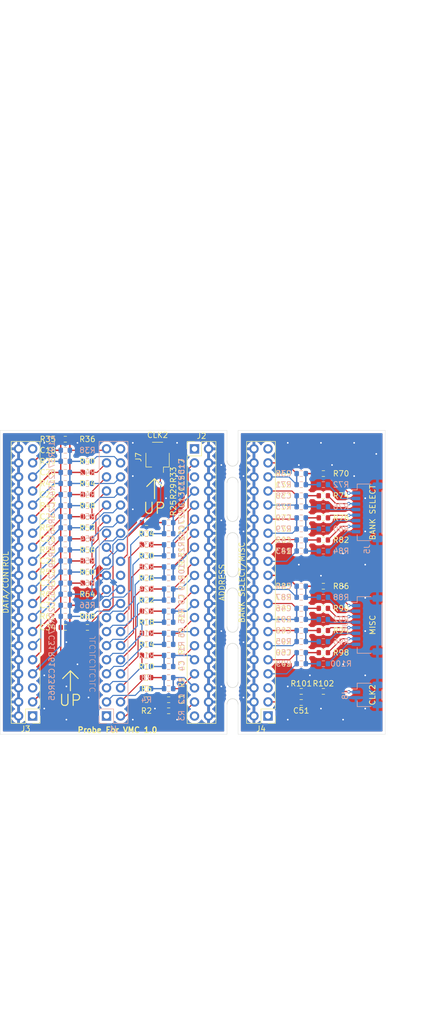
<source format=kicad_pcb>
(kicad_pcb (version 20221018) (generator pcbnew)
  (layers (0 "F.Cu" signal) (31 "B.Cu" signal) (34 "B.Paste" user) (35 "F.Paste" user) (36 "B.SilkS" user "B.Silkscreen") (37 "F.SilkS" user "F.Silkscreen") (38 "B.Mask" user) (39 "F.Mask" user) (44 "Edge.Cuts" user))
  (net 0 "")
  (net 1 "Net-(J2-Pin_37)")
  (net 2 "Net-(C1-Pad1)")
  (net 3 "Net-(J2-Pin_35)")
  (net 4 "Net-(C2-Pad1)")
  (net 5 "Net-(J2-Pin_33)")
  (net 6 "Net-(C3-Pad1)")
  (net 7 "Net-(J2-Pin_31)")
  (net 8 "Net-(C4-Pad1)")
  (net 9 "Net-(J2-Pin_29)")
  (net 10 "Net-(C5-Pad1)")
  (net 11 "Net-(J2-Pin_27)")
  (net 12 "Net-(C6-Pad1)")
  (net 13 "Net-(J2-Pin_25)")
  (net 14 "Net-(C7-Pad1)")
  (net 15 "Net-(J2-Pin_23)")
  (net 16 "Net-(C8-Pad1)")
  (net 17 "Net-(J2-Pin_21)")
  (net 18 "Net-(C9-Pad1)")
  (net 19 "Net-(J2-Pin_19)")
  (net 20 "Net-(C10-Pad1)")
  (net 21 "Net-(J2-Pin_17)")
  (net 22 "Net-(C11-Pad1)")
  (net 23 "Net-(J2-Pin_15)")
  (net 24 "Net-(C12-Pad1)")
  (net 25 "Net-(J2-Pin_13)")
  (net 26 "Net-(C13-Pad1)")
  (net 27 "Net-(J2-Pin_11)")
  (net 28 "Net-(C14-Pad1)")
  (net 29 "Net-(J2-Pin_9)")
  (net 30 "Net-(C15-Pad1)")
  (net 31 "Net-(J2-Pin_7)")
  (net 32 "Net-(C16-Pad1)")
  (net 33 "Net-(J2-Pin_3)")
  (net 34 "Net-(C17-Pad1)")
  (net 35 "Net-(J3-Pin_37)")
  (net 36 "Net-(C18-Pad2)")
  (net 37 "Net-(J3-Pin_35)")
  (net 38 "Net-(C19-Pad2)")
  (net 39 "Net-(J3-Pin_33)")
  (net 40 "Net-(C20-Pad2)")
  (net 41 "Net-(J3-Pin_31)")
  (net 42 "Net-(C21-Pad2)")
  (net 43 "Net-(J3-Pin_29)")
  (net 44 "Net-(C22-Pad2)")
  (net 45 "Net-(J3-Pin_27)")
  (net 46 "Net-(C23-Pad2)")
  (net 47 "Net-(J3-Pin_25)")
  (net 48 "Net-(C24-Pad2)")
  (net 49 "Net-(J3-Pin_23)")
  (net 50 "Net-(C25-Pad2)")
  (net 51 "Net-(J3-Pin_21)")
  (net 52 "Net-(C26-Pad2)")
  (net 53 "Net-(J3-Pin_19)")
  (net 54 "Net-(C27-Pad2)")
  (net 55 "Net-(J3-Pin_17)")
  (net 56 "Net-(C28-Pad2)")
  (net 57 "Net-(J3-Pin_15)")
  (net 58 "Net-(C29-Pad2)")
  (net 59 "Net-(J3-Pin_13)")
  (net 60 "Net-(C30-Pad2)")
  (net 61 "Net-(J3-Pin_11)")
  (net 62 "Net-(C31-Pad2)")
  (net 63 "Net-(J3-Pin_9)")
  (net 64 "Net-(C32-Pad2)")
  (net 65 "Net-(J3-Pin_7)")
  (net 66 "Net-(C33-Pad2)")
  (net 67 "Net-(J3-Pin_3)")
  (net 68 "Net-(C34-Pad2)")
  (net 69 "Net-(J4-Pin_37)")
  (net 70 "Net-(C35-Pad2)")
  (net 71 "Net-(J4-Pin_35)")
  (net 72 "Net-(C36-Pad2)")
  (net 73 "Net-(J4-Pin_33)")
  (net 74 "Net-(C37-Pad2)")
  (net 75 "Net-(J4-Pin_31)")
  (net 76 "Net-(C38-Pad2)")
  (net 77 "Net-(J4-Pin_29)")
  (net 78 "Net-(C39-Pad2)")
  (net 79 "Net-(J4-Pin_27)")
  (net 80 "Net-(C40-Pad2)")
  (net 81 "Net-(J4-Pin_25)")
  (net 82 "Net-(C41-Pad2)")
  (net 83 "Net-(J4-Pin_23)")
  (net 84 "Net-(C42-Pad2)")
  (net 85 "Net-(J4-Pin_21)")
  (net 86 "Net-(C43-Pad2)")
  (net 87 "Net-(J4-Pin_19)")
  (net 88 "Net-(C44-Pad2)")
  (net 89 "Net-(J4-Pin_17)")
  (net 90 "Net-(C45-Pad2)")
  (net 91 "Net-(J4-Pin_15)")
  (net 92 "Net-(C46-Pad2)")
  (net 93 "Net-(J4-Pin_13)")
  (net 94 "Net-(C47-Pad2)")
  (net 95 "Net-(J4-Pin_11)")
  (net 96 "Net-(C48-Pad2)")
  (net 97 "Net-(J4-Pin_9)")
  (net 98 "Net-(C49-Pad2)")
  (net 99 "Net-(J4-Pin_7)")
  (net 100 "Net-(C50-Pad2)")
  (net 101 "Net-(J4-Pin_3)")
  (net 102 "Net-(C51-Pad2)")
  (net 104 "Net-(J1-Pin_2)")
  (net 105 "Net-(J1-Pin_3)")
  (net 106 "Net-(J1-Pin_4)")
  (net 107 "Net-(J1-Pin_5)")
  (net 108 "Net-(J1-Pin_6)")
  (net 109 "Net-(J1-Pin_7)")
  (net 110 "Net-(J1-Pin_8)")
  (net 111 "Net-(J1-Pin_9)")
  (net 112 "Net-(J1-Pin_10)")
  (net 113 "Net-(J1-Pin_11)")
  (net 114 "Net-(J1-Pin_12)")
  (net 115 "Net-(J1-Pin_13)")
  (net 116 "Net-(J1-Pin_14)")
  (net 117 "Net-(J1-Pin_15)")
  (net 118 "Net-(J1-Pin_16)")
  (net 119 "Net-(J1-Pin_17)")
  (net 120 "Net-(J1-Pin_18)")
  (net 121 "Net-(J1-Pin_19)")
  (net 122 "GND")
  (net 124 "Net-(J1-Pin_23)")
  (net 125 "Net-(J1-Pin_24)")
  (net 126 "Net-(J1-Pin_25)")
  (net 127 "Net-(J1-Pin_26)")
  (net 128 "Net-(J1-Pin_27)")
  (net 129 "Net-(J1-Pin_28)")
  (net 130 "Net-(J1-Pin_29)")
  (net 131 "Net-(J1-Pin_30)")
  (net 132 "Net-(J1-Pin_31)")
  (net 133 "Net-(J1-Pin_32)")
  (net 134 "Net-(J1-Pin_33)")
  (net 135 "Net-(J1-Pin_34)")
  (net 136 "Net-(J1-Pin_35)")
  (net 137 "Net-(J1-Pin_36)")
  (net 138 "Net-(J1-Pin_37)")
  (net 139 "Net-(J1-Pin_38)")
  (net 140 "Net-(J1-Pin_39)")
  (net 151 "Net-(J5-Pin_1)")
  (net 152 "Net-(J5-Pin_2)")
  (net 153 "Net-(J5-Pin_3)")
  (net 154 "Net-(J5-Pin_4)")
  (net 155 "Net-(J5-Pin_5)")
  (net 156 "Net-(J5-Pin_6)")
  (net 157 "Net-(J5-Pin_7)")
  (net 158 "Net-(J5-Pin_8)")
  (net 159 "Net-(J6-Pin_1)")
  (net 160 "Net-(J6-Pin_2)")
  (net 161 "Net-(J6-Pin_3)")
  (net 162 "Net-(J6-Pin_4)")
  (net 163 "Net-(J6-Pin_5)")
  (net 164 "Net-(J6-Pin_6)")
  (net 165 "Net-(J6-Pin_7)")
  (net 166 "Net-(J6-Pin_8)")
  (net 167 "Net-(J8-Pin_1)")
  (footprint "Resistor_SMD:R_0603_1608Metric" (layer "F.Cu") (at 56.45 129.955)
    (fp_text reference "R6")
    (fp_text value "250R" hide)
  )
  (footprint "Resistor_SMD:R_0603_1608Metric" (layer "F.Cu") (at 84.4095 127.45)
    (fp_text reference "C49")
    (fp_text value "8.2pF")
  )
  (footprint "Resistor_SMD:R_0603_1608Metric" (layer "F.Cu") (at 41.775 98.89)
    (fp_text reference "R47")
    (fp_text value "90.9k")
  )
  (footprint "Resistor_SMD:R_0603_1608Metric" (layer "F.Cu") (at 88.4095 113.45)
    (fp_text reference "R86")
    (fp_text value "250R")
  )
  (footprint "Resistor_SMD:R_0603_1608Metric" (layer "F.Cu") (at 41.775 110.89)
    (fp_text reference "R59")
    (fp_text value "90.9k")
  )
  (footprint "Resistor_SMD:R_0603_1608Metric" (layer "F.Cu") (at 84.4095 115.45)
    (fp_text reference "C43")
    (fp_text value "8.2pF")
  )
  (footprint "Resistor_SMD:R_0603_1608Metric" (layer "F.Cu") (at 88.4095 121.45)
    (fp_text reference "R94")
    (fp_text value "250R")
  )
  (footprint "Resistor_SMD:R_0603_1608Metric" (layer "F.Cu") (at 41.775 108.89)
    (fp_text reference "C28")
    (fp_text value "8.2pF")
  )
  (footprint "Resistor_SMD:R_0603_1608Metric" (layer "F.Cu") (at 45.775 92.89)
    (fp_text reference "R40")
    (fp_text value "250R")
  )
  (footprint "Resistor_SMD:R_0603_1608Metric" (layer "F.Cu") (at 56.45 109.955)
    (fp_text reference "R26")
    (fp_text value "250R" hide)
  )
  (footprint "Resistor_SMD:R_0603_1608Metric" (layer "F.Cu") (at 84.4095 107.1)
    (fp_text reference "C41")
    (fp_text value "8.2pF")
  )
  (footprint "Resistor_SMD:R_0603_1608Metric" (layer "F.Cu") (at 60.45 133.955)
    (fp_text reference "R1")
    (fp_text value "90.9k" hide)
  )
  (footprint "Resistor_SMD:R_0603_1608Metric" (layer "F.Cu") (at 56.45 121.955)
    (fp_text reference "R14")
    (fp_text value "250R" hide)
  )
  (footprint "panelization:mouse-bite-2mm-slot" (layer "F.Cu") (at 72 132.765 -90)
    (fp_text reference "mouse-bite-2mm-slot" hide)
    (fp_text value "VAL**" hide)
    (fp_arc (start -2 -1) (mid -1 0) (end -2 1) (stroke (width 0.1)) (layer "Edge.Cuts"))
    (fp_arc (start 2 1) (mid 1 0) (end 2 -1) (stroke (width 0.1)) (layer "Edge.Cuts"))
  )
  (footprint "Resistor_SMD:R_0603_1608Metric" (layer "F.Cu") (at 41.775 100.89)
    (fp_text reference "C24")
    (fp_text value "8.2pF")
  )
  (footprint "Resistor_SMD:R_0603_1608Metric" (layer "F.Cu") (at 84.4095 121.45)
    (fp_text reference "R93")
    (fp_text value "90.9k")
  )
  (footprint "Resistor_SMD:R_0603_1608Metric" (layer "F.Cu") (at 84.4095 95.1)
    (fp_text reference "C35")
    (fp_text value "8.2pF")
  )
  (footprint "Resistor_SMD:R_0603_1608Metric" (layer "F.Cu") (at 60.45 129.955)
    (fp_text reference "R5")
    (fp_text value "90.9k" hide)
  )
  (footprint "Resistor_SMD:R_0603_1608Metric" (layer "F.Cu") (at 45.775 112.89)
    (fp_text reference "R60")
    (fp_text value "250R")
  )
  (footprint "Resistor_SMD:R_0603_1608Metric" (layer "F.Cu") (at 88.4095 125.45)
    (fp_text reference "R98")
    (fp_text value "250R")
  )
  (footprint "Resistor_SMD:R_0603_1608Metric" (layer "F.Cu") (at 60.45 109.955)
    (fp_text reference "R25")
    (fp_text value "90.9k" hide)
  )
  (footprint "Resistor_SMD:R_0603_1608Metric" (layer "F.Cu") (at 56.45 113.955)
    (fp_text reference "R22")
    (fp_text value "250R" hide)
  )
  (footprint "Resistor_SMD:R_0603_1608Metric" (layer "F.Cu") (at 60.45 127.955)
    (fp_text reference "C5")
    (fp_text value "8.2pF" hide)
  )
  (footprint "Resistor_SMD:R_0603_1608Metric" (layer "F.Cu") (at 60.45 123.955)
    (fp_text reference "C7")
    (fp_text value "8.2pF" hide)
  )
  (footprint "Resistor_SMD:R_0603_1608Metric" (layer "F.Cu") (at 45.775 116.89)
    (fp_text reference "R64")
    (fp_text value "250R")
  )
  (footprint "Resistor_SMD:R_0603_1608Metric" (layer "F.Cu") (at 84.4095 97.1)
    (fp_text reference "R73")
    (fp_text value "90.9k")
  )
  (footprint "Resistor_SMD:R_0603_1608Metric" (layer "F.Cu") (at 60.45 103.955)
    (fp_text reference "C17")
    (fp_text value "8.2pF" hide)
  )
  (footprint "Resistor_SMD:R_0603_1608Metric" (layer "F.Cu") (at 88.4095 117.45)
    (fp_text reference "R90")
    (fp_text value "250R")
  )
  (footprint "Resistor_SMD:R_0603_1608Metric" (layer "F.Cu") (at 41.775 86.89)
    (fp_text reference "R35")
    (fp_text value "90.9k")
  )
  (footprint "Resistor_SMD:R_0603_1608Metric" (layer "F.Cu") (at 41.775 88.89)
    (fp_text reference "C18")
    (fp_text value "8.2pF")
  )
  (footprint "Connector_PinHeader_2.54mm:PinHeader_2x20_P2.54mm_Vertical" (layer "F.Cu") (at 65.125 88.64)
    (fp_text reference "J2")
    (fp_text value "ADDRESS")
  )
  (footprint "Resistor_SMD:R_0603_1608Metric" (layer "F.Cu") (at 45.775 96.89)
    (fp_text reference "R44")
    (fp_text value "250R")
  )
  (footprint "Resistor_SMD:R_0603_1608Metric" (layer "F.Cu") (at 60.45 135.955)
    (fp_text reference "C1")
    (fp_text value "8.2pF" hide)
  )
  (footprint "Resistor_SMD:R_0603_1608Metric" (layer "F.Cu") (at 84.4095 132.45)
    (fp_text reference "R101")
    (fp_text value "90.9k")
  )
  (footprint "Resistor_SMD:R_0603_1608Metric" (layer "F.Cu") (at 60.45 115.955)
    (fp_text reference "C11")
    (fp_text value "8.2pF" hide)
  )
  (footprint "Resistor_SMD:R_0603_1608Metric" (layer "F.Cu") (at 45.775 120.89)
    (fp_text reference "R68")
    (fp_text value "250R")
  )
  (footprint "Resistor_SMD:R_0603_1608Metric" (layer "F.Cu") (at 60.45 117.955)
    (fp_text reference "R17")
    (fp_text value "90.9k" hide)
  )
  (footprint "Resistor_SMD:R_0603_1608Metric" (layer "F.Cu") (at 60.45 111.955)
    (fp_text reference "C13")
    (fp_text value "8.2pF" hide)
  )
  (footprint "Resistor_SMD:R_0603_1608Metric" (layer "F.Cu") (at 41.775 102.89)
    (fp_text reference "R51")
    (fp_text value "90.9k")
  )
  (footprint "panelization:mouse-bite-2mm-slot" (layer "F.Cu") (at 72 122.765 -90)
    (fp_text reference "mouse-bite-2mm-slot" hide)
    (fp_text value "VAL**" hide)
    (fp_arc (start -2 -1) (mid -1 0) (end -2 1) (stroke (width 0.1)) (layer "Edge.Cuts"))
    (fp_arc (start 2 1) (mid 1 0) (end 2 -1) (stroke (width 0.1)) (layer "Edge.Cuts"))
  )
  (footprint "Resistor_SMD:R_0603_1608Metric" (layer "F.Cu") (at 88.4095 101.1)
    (fp_text reference "R78")
    (fp_text value "250R")
  )
  (footprint "Connector_PinHeader_2.54mm:PinHeader_2x20_P2.54mm_Vertical" (layer "F.Cu") (at 35.875 136.89 180)
    (fp_text reference "J3")
    (fp_text value "DATA/CONTROL")
  )
  (footprint "Resistor_SMD:R_0603_1608Metric" (layer "F.Cu") (at 84.4095 101.1)
    (fp_text reference "R77")
    (fp_text value "90.9k")
  )
  (footprint "Resistor_SMD:R_0603_1608Metric" (layer "F.Cu") (at 84.4095 123.45)
    (fp_text reference "C47")
    (fp_text value "8.2pF")
  )
  (footprint "Resistor_SMD:R_0603_1608Metric" (layer "F.Cu") (at 84.4095 119.45)
    (fp_text reference "C45")
    (fp_text value "8.2pF")
  )
  (footprint "Resistor_SMD:R_0603_1608Metric" (layer "F.Cu") (at 41.775 96.89)
    (fp_text reference "C22")
    (fp_text value "8.2pF")
  )
  (footprint "Resistor_SMD:R_0603_1608Metric" (layer "F.Cu") (at 45.775 88.89)
    (fp_text reference "R36")
    (fp_text value "250R")
  )
  (footprint "Resistor_SMD:R_0603_1608Metric" (layer "F.Cu") (at 84.4095 93.1)
    (fp_text reference "R69")
    (fp_text value "90.9k")
  )
  (footprint "Resistor_SMD:R_0603_1608Metric" (layer "F.Cu") (at 84.4095 125.45)
    (fp_text reference "R97")
    (fp_text value "90.9k")
  )
  (footprint "Resistor_SMD:R_0603_1608Metric" (layer "F.Cu") (at 45.775 108.89)
    (fp_text reference "R56")
    (fp_text value "250R")
  )
  (footprint "Resistor_SMD:R_0603_1608Metric" (layer "F.Cu") (at 41.775 94.89)
    (fp_text reference "R43")
    (fp_text value "90.9k")
  )
  (footprint "Resistor_SMD:R_0603_1608Metric" (layer "F.Cu") (at 41.775 112.89)
    (fp_text reference "C30")
    (fp_text value "8.2pF")
  )
  (footprint "Resistor_SMD:R_0603_1608Metric" (layer "F.Cu") (at 41.775 116.89)
    (fp_text reference "C32")
    (fp_text value "8.2pF")
  )
  (footprint "Resistor_SMD:R_0603_1608Metric" (layer "F.Cu") (at 88.4095 105.1)
    (fp_text reference "R82")
    (fp_text value "250R")
  )
  (footprint "Resistor_SMD:R_0603_1608Metric" (layer "F.Cu") (at 41.775 92.89)
    (fp_text reference "C20")
    (fp_text value "8.2pF")
  )
  (footprint "Resistor_SMD:R_0603_1608Metric" (layer "F.Cu") (at 41.775 120.89)
    (fp_text reference "C34")
    (fp_text value "8.2pF")
  )
  (footprint "Resistor_SMD:R_0603_1608Metric" (layer "F.Cu") (at 84.4095 103.1)
    (fp_text reference "C39")
    (fp_text value "8.2pF")
  )
  (footprint "Resistor_SMD:R_0603_1608Metric" (layer "F.Cu") (at 84.4095 99.1)
    (fp_text reference "C37")
    (fp_text value "8.2pF")
  )
  (footprint "Resistor_SMD:R_0603_1608Metric" (layer "F.Cu") (at 60.45 125.955)
    (fp_text reference "R9")
    (fp_text value "90.9k" hide)
  )
  (footprint "Resistor_SMD:R_0603_1608Metric" (layer "F.Cu") (at 60.45 113.955)
    (fp_text reference "R21")
    (fp_text value "90.9k" hide)
  )
  (footprint "Resistor_SMD:R_0603_1608Metric" (layer "F.Cu") (at 60.45 101.955)
    (fp_text reference "R33")
    (fp_text value "90.9k" hide)
  )
  (footprint "panelization:mouse-bite-2mm-slot" (layer "F.Cu") (at 72 92.765 -90)
    (fp_text reference "mouse-bite-2mm-slot" hide)
    (fp_text value "VAL**" hide)
    (fp_arc (start -2 -1) (mid -1 0) (end -2 1) (stroke (width 0.1)) (layer "Edge.Cuts"))
    (fp_arc (start 2 1) (mid 1 0) (end 2 -1) (stroke (width 0.1)) (layer "Edge.Cuts"))
  )
  (footprint "Resistor_SMD:R_0603_1608Metric" (layer "F.Cu") (at 41.775 118.89)
    (fp_text reference "R67")
    (fp_text value "90.9k")
  )
  (footprint "Resistor_SMD:R_0603_1608Metric" (layer "F.Cu") (at 84.4095 113.45)
    (fp_text reference "R85")
    (fp_text value "90.9k")
  )
  (footprint "Resistor_SMD:R_0603_1608Metric" (layer "F.Cu") (at 41.775 90.89)
    (fp_text reference "R39")
    (fp_text value "90.9k")
  )
  (footprint "Resistor_SMD:R_0603_1608Metric" (layer "F.Cu") (at 41.775 104.89)
    (fp_text reference "C26")
    (fp_text value "8.2pF")
  )
  (footprint "Resistor_SMD:R_0603_1608Metric" (layer "F.Cu") (at 56.45 125.955)
    (fp_text reference "R10")
    (fp_text value "250R" hide)
  )
  (footprint "Connector_JST:JST_SH_SM02B-SRSS-TB_1x02-1MP_P1.00mm_Horizontal" (layer "F.Cu") (at 58.45 90.13 180)
    (fp_text reference "J7")
    (fp_text value "CLK2")
  )
  (footprint "Resistor_SMD:R_0603_1608Metric" (layer "F.Cu") (at 56.45 117.955)
    (fp_text reference "R18")
    (fp_text value "250R" hide)
  )
  (footprint "Resistor_SMD:R_0603_1608Metric" (layer "F.Cu") (at 45.775 104.89)
    (fp_text reference "R52")
    (fp_text value "250R")
  )
  (footprint "Resistor_SMD:R_0603_1608Metric" (layer "F.Cu") (at 84.4095 117.45)
    (fp_text reference "R89")
    (fp_text value "90.9k")
  )
  (footprint "Resistor_SMD:R_0603_1608Metric" (layer "F.Cu") (at 88.4095 97.1)
    (fp_text reference "R74")
    (fp_text value "250R")
  )
  (footprint "Resistor_SMD:R_0603_1608Metric" (layer "F.Cu") (at 60.45 107.955)
    (fp_text reference "C15")
    (fp_text value "8.2pF" hide)
  )
  (footprint "Resistor_SMD:R_0603_1608Metric" (layer "F.Cu") (at 84.4095 134.45)
    (fp_text reference "C51")
    (fp_text value "8.2pF")
  )
  (footprint "Resistor_SMD:R_0603_1608Metric" (layer "F.Cu") (at 41.775 114.89)
    (fp_text reference "R63")
    (fp_text value "90.9k")
  )
  (footprint "Resistor_SMD:R_0603_1608Metric" (layer "F.Cu") (at 84.4095 105.1)
    (fp_text reference "R81")
    (fp_text value "90.9k")
  )
  (footprint "panelization:mouse-bite-2mm-slot" (layer "F.Cu") (at 72 102.765 -90)
    (fp_text reference "mouse-bite-2mm-slot" hide)
    (fp_text value "VAL**" hide)
    (fp_arc (start -2 -1) (mid -1 0) (end -2 1) (stroke (width 0.1)) (layer "Edge.Cuts"))
    (fp_arc (start 2 1) (mid 1 0) (end 2 -1) (stroke (width 0.1)) (layer "Edge.Cuts"))
  )
  (footprint "Resistor_SMD:R_0603_1608Metric" (layer "F.Cu") (at 56.45 133.955)
    (fp_text reference "R2")
    (fp_text value "250R" hide)
  )
  (footprint "Resistor_SMD:R_0603_1608Metric" (layer "F.Cu") (at 45.775 100.89)
    (fp_text reference "R48")
    (fp_text value "250R")
  )
  (footprint "Connector_PinHeader_2.54mm:PinHeader_2x20_P2.54mm_Vertical" (layer "F.Cu") (at 78.4095 136.89 180)
    (fp_text reference "J4")
    (fp_text value "BANK SELECT/MISC")
  )
  (footprint "Resistor_SMD:R_0603_1608Metric" (layer "F.Cu") (at 56.45 105.955)
    (fp_text reference "R30")
    (fp_text value "250R" hide)
  )
  (footprint "Resistor_SMD:R_0603_1608Metric" (layer "F.Cu") (at 41.775 106.89)
    (fp_text reference "R55")
    (fp_text value "90.9k")
  )
  (footprint "panelization:mouse-bite-2mm-slot" (layer "F.Cu") (at 72 112.765 -90)
    (fp_text reference "mouse-bite-2mm-slot" hide)
    (fp_text value "VAL**" hide)
    (fp_arc (start -2 -1) (mid -1 0) (end -2 1) (stroke (width 0.1)) (layer "Edge.Cuts"))
    (fp_arc (start 2 1) (mid 1 0) (end 2 -1) (stroke (width 0.1)) (layer "Edge.Cuts"))
  )
  (footprint "Resistor_SMD:R_0603_1608Metric" (layer "F.Cu") (at 88.4095 93.1)
    (fp_text reference "R70")
    (fp_text value "250R")
  )
  (footprint "Resistor_SMD:R_0603_1608Metric" (layer "F.Cu") (at 60.45 131.955)
    (fp_text reference "C3")
    (fp_text value "8.2pF" hide)
  )
  (footprint "Resistor_SMD:R_0603_1608Metric" (layer "F.Cu") (at 60.45 119.955)
    (fp_text reference "C9")
    (fp_text value "8.2pF" hide)
  )
  (footprint "Resistor_SMD:R_0603_1608Metric" (layer "F.Cu") (at 56.45 101.955)
    (fp_text reference "R34")
    (fp_text value "250R" hide)
  )
  (footprint "Resistor_SMD:R_0603_1608Metric" (layer "F.Cu") (at 60.45 105.955)
    (fp_text reference "R29")
    (fp_text value "90.9k" hide)
  )
  (footprint "Resistor_SMD:R_0603_1608Metric" (layer "F.Cu") (at 88.4095 132.45)
    (fp_text reference "R102")
    (fp_text value "250R")
  )
  (footprint "Resistor_SMD:R_0603_1608Metric" (layer "F.Cu") (at 60.45 121.955)
    (fp_text reference "R13")
    (fp_text value "90.9k" hide)
  )
  (footprint "Resistor_SMD:R_0603_1608Metric" (layer "B.Cu") (at 60.45 109.955)
    (fp_text reference "C12")
    (fp_text value "8.2pF" hide)
  )
  (footprint "Resistor_SMD:R_0603_1608Metric" (layer "B.Cu") (at 41.775 108.89)
    (fp_text reference "C29")
    (fp_text value "8.2pF")
  )
  (footprint "Resistor_SMD:R_0603_1608Metric" (layer "B.Cu") (at 88.4095 99.1)
    (fp_text reference "R76")
    (fp_text value "250R")
  )
  (footprint "Resistor_SMD:R_0603_1608Metric" (layer "B.Cu") (at 56.45 103.955)
    (fp_text reference "R32")
    (fp_text value "250R" hide)
  )
  (footprint "Resistor_SMD:R_0603_1608Metric" (layer "B.Cu") (at 60.45 113.955)
    (fp_text reference "C10")
    (fp_text value "8.2pF" hide)
  )
  (footprint "Resistor_SMD:R_0603_1608Metric" (layer "B.Cu") (at 56.45 111.955)
    (fp_text reference "R24")
    (fp_text value "250R" hide)
  )
  (footprint "Resistor_SMD:R_0603_1608Metric" (layer "B.Cu") (at 45.775 110.89)
    (fp_text reference "R58")
    (fp_text value "250R")
  )
  (footprint "Resistor_SMD:R_0603_1608Metric" (layer "B.Cu") (at 41.775 100.89)
    (fp_text reference "C25")
    (fp_text value "8.2pF")
  )
  (footprint "Resistor_SMD:R_0603_1608Metric" (layer "B.Cu") (at 84.4095 115.45)
    (fp_text reference "R87")
    (fp_text value "90.9k")
  )
  (footprint "Resistor_SMD:R_0603_1608Metric" (layer "B.Cu") (at 84.4095 119.45)
    (fp_text reference "R91")
    (fp_text value "90.9k")
  )
  (footprint "Resistor_SMD:R_0603_1608Metric" (layer "B.Cu") (at 88.4095 95.1)
    (fp_text reference "R72")
    (fp_text value "250R")
  )
  (footprint "Resistor_SMD:R_0603_1608Metric" (layer "B.Cu") (at 84.4095 113.45)
    (fp_text reference "C44")
    (fp_text value "8.2pF")
  )
  (footprint "Resistor_SMD:R_0603_1608Metric" (layer "B.Cu") (at 84.4095 123.45)
    (fp_text reference "R95")
    (fp_text value "90.9k")
  )
  (footprint "Resistor_SMD:R_0603_1608Metric" (layer "B.Cu") (at 60.45 131.955)
    (fp_text reference "R3")
    (fp_text value "90.9k" hide)
  )
  (footprint "Resistor_SMD:R_0603_1608Metric" (layer "B.Cu") (at 84.4095 117.45)
    (fp_text reference "C46")
    (fp_text value "8.2pF")
  )
  (footprint "Resistor_SMD:R_0603_1608Metric" (layer "B.Cu") (at 45.775 102.89)
    (fp_text reference "R50")
    (fp_text value "250R")
  )
  (footprint "Resistor_SMD:R_0603_1608Metric" (layer "B.Cu") (at 60.45 111.955)
    (fp_text reference "R23")
    (fp_text value "90.9k" hide)
  )
  (footprint "Resistor_SMD:R_0603_1608Metric" (layer "B.Cu") (at 84.4095 101.1)
    (fp_text reference "C40")
    (fp_text value "8.2pF")
  )
  (footprint "Resistor_SMD:R_0603_1608Metric" (layer "B.Cu") (at 41.775 110.89)
    (fp_text reference "R57")
    (fp_text value "90.9k")
  )
  (footprint "Resistor_SMD:R_0603_1608Metric" (layer "B.Cu") (at 84.4095 105.1)
    (fp_text reference "C42")
    (fp_text value "8.2pF")
  )
  (footprint "Connector_JST:JST_SH_SM02B-SRSS-TB_1x02-1MP_P1.00mm_Horizontal" (layer "B.Cu") (at 96.3095 133.08 -90)
    (fp_text reference "J8")
    (fp_text value "CLK2")
  )
  (footprint "Resistor_SMD:R_0603_1608Metric" (layer "B.Cu") (at 45.775 118.89)
    (fp_text reference "R66")
    (fp_text value "250R")
  )
  (footprint "Resistor_SMD:R_0603_1608Metric" (layer "B.Cu") (at 88.4095 115.45)
    (fp_text reference "R88")
    (fp_text value "250R")
  )
  (footprint "Resistor_SMD:R_0603_1608Metric" (layer "B.Cu") (at 41.775 104.89)
    (fp_text reference "C27")
    (fp_text value "8.2pF")
  )
  (footprint "Resistor_SMD:R_0603_1608Metric" (layer "B.Cu") (at 84.4095 125.45)
    (fp_text reference "C50")
    (fp_text value "8.2pF")
  )
  (footprint "Resistor_SMD:R_0603_1608Metric" (layer "B.Cu") (at 56.45 123.955)
    (fp_text reference "R12")
    (fp_text value "250R" hide)
  )
  (footprint "Resistor_SMD:R_0603_1608Metric" (layer "B.Cu") (at 84.4095 99.1)
    (fp_text reference "R75")
    (fp_text value "90.9k")
  )
  (footprint "Resistor_SMD:R_0603_1608Metric" (layer "B.Cu") (at 41.775 92.89)
    (fp_text reference "C21")
    (fp_text value "8.2pF")
  )
  (footprint "Resistor_SMD:R_0603_1608Metric" (layer "B.Cu") (at 84.4095 95.1)
    (fp_text reference "R71")
    (fp_text value "90.9k")
  )
  (footprint "Resistor_SMD:R_0603_1608Metric" (layer "B.Cu") (at 88.4095 107.1)
    (fp_text reference "R84")
    (fp_text value "250R")
  )
  (footprint "Resistor_SMD:R_0603_1608Metric" (layer "B.Cu") (at 84.4095 103.1)
    (fp_text reference "R79")
    (fp_text value "90.9k")
  )
  (footprint "Resistor_SMD:R_0603_1608Metric" (layer "B.Cu") (at 60.45 101.955)
    (fp_text reference "C16")
    (fp_text value "8.2pF" hide)
  )
  (footprint "Resistor_SMD:R_0603_1608Metric" (layer "B.Cu") (at 60.45 121.955)
    (fp_text reference "C6")
    (fp_text value "8.2pF" hide)
  )
  (footprint "Resistor_SMD:R_0603_1608Metric" (layer "B.Cu") (at 88.4095 103.1)
    (fp_text reference "R80")
    (fp_text value "250R")
  )
  (footprint "Resistor_SMD:R_0603_1608Metric" (layer "B.Cu") (at 84.4095 107.1)
    (fp_text reference "R83")
    (fp_text value "90.9k")
  )
  (footprint "Resistor_SMD:R_0603_1608Metric" (layer "B.Cu") (at 41.775 102.89)
    (fp_text reference "R49")
    (fp_text value "90.9k")
  )
  (footprint "Resistor_SMD:R_0603_1608Metric" (layer "B.Cu") (at 60.45 125.955)
    (fp_text reference "C4")
    (fp_text value "8.2pF" hide)
  )
  (footprint "Resistor_SMD:R_0603_1608Metric" (layer "B.Cu") (at 84.4095 97.1)
    (fp_text reference "C38")
    (fp_text value "8.2pF")
  )
  (footprint "Resistor_SMD:R_0603_1608Metric" (layer "B.Cu") (at 56.45 119.955)
    (fp_text reference "R16")
    (fp_text value "250R" hide)
  )
  (footprint "Resistor_SMD:R_0603_1608Metric" (layer "B.Cu") (at 56.45 115.955)
    (fp_text reference "R20")
    (fp_text value "250R" hide)
  )
  (footprint "Resistor_SMD:R_0603_1608Metric" (layer "B.Cu") (at 41.775 98.89)
    (fp_text reference "R45")
    (fp_text value "90.9k")
  )
  (footprint "Resistor_SMD:R_0603_1608Metric" (layer "B.Cu") (at 41.775 118.89)
    (fp_text reference "R65")
    (fp_text value "90.9k")
  )
  (footprint "Resistor_SMD:R_0603_1608Metric" (layer "B.Cu") (at 84.4095 121.45)
    (fp_text reference "C48")
    (fp_text value "8.2pF")
  )
  (footprint "Resistor_SMD:R_0603_1608Metric" (layer "B.Cu") (at 41.775 116.89)
    (fp_text reference "C33")
    (fp_text value "8.2pF")
  )
  (footprint "Resistor_SMD:R_0603_1608Metric" (layer "B.Cu") (at 60.45 103.955)
    (fp_text reference "R31")
    (fp_text value "90.9k" hide)
  )
  (footprint "Connector_PinHeader_2.54mm:PinHeader_2x20_P2.54mm_Vertical" (layer "B.Cu") (at 49.225 136.89)
    (fp_text reference "J1")
    (fp_text value "Conn_02x20_Counter_Clockwise" hide)
  )
  (footprint "Resistor_SMD:R_0603_1608Metric" (layer "B.Cu") (at 41.775 106.89)
    (fp_text reference "R53")
    (fp_text value "90.9k")
  )
  (footprint "Resistor_SMD:R_0603_1608Metric" (layer "B.Cu") (at 41.775 112.89)
    (fp_text reference "C31")
    (fp_text value "8.2pF")
  )
  (footprint "Resistor_SMD:R_0603_1608Metric" (layer "B.Cu") (at 45.775 90.89)
    (fp_text reference "R38")
    (fp_text value "250R")
  )
  (footprint "Resistor_SMD:R_0603_1608Metric" (layer "B.Cu") (at 60.45 123.955)
    (fp_text reference "R11")
    (fp_text value "90.9k" hide)
  )
  (footprint "Resistor_SMD:R_0603_1608Metric" (layer "B.Cu") (at 84.4095 93.1)
    (fp_text reference "C36")
    (fp_text value "8.2pF")
  )
  (footprint "Resistor_SMD:R_0603_1608Metric" (layer "B.Cu") (at 60.45 117.955)
    (fp_text reference "C8")
    (fp_text value "8.2pF" hide)
  )
  (footprint "Resistor_SMD:R_0603_1608Metric" (layer "B.Cu") (at 41.775 94.89)
    (fp_text reference "R41")
    (fp_text value "90.9k")
  )
  (footprint "Resistor_SMD:R_0603_1608Metric" (layer "B.Cu") (at 88.4095 127.45)
    (fp_text reference "R100")
    (fp_text value "250R")
  )
  (footprint "Connector_JST:JST_SH_SM08B-SRSS-TB_1x08-1MP_P1.00mm_Horizontal" (layer "B.Cu") (at 96.3095 120.45 -90)
    (fp_text reference "J6")
    (fp_text value "MISC")
  )
  (footprint "Resistor_SMD:R_0603_1608Metric" (layer "B.Cu") (at 60.45 107.955)
    (fp_text reference "R27")
    (fp_text value "90.9k" hide)
  )
  (footprint "Resistor_SMD:R_0603_1608Metric" (layer "B.Cu") (at 41.775 90.89)
    (fp_text reference "R37")
    (fp_text value "90.9k")
  )
  (footprint "Connector_JST:JST_SH_SM08B-SRSS-TB_1x08-1MP_P1.00mm_Horizontal" (layer "B.Cu") (at 96.3095 100.1 -90)
    (fp_text reference "J5")
    (fp_text value "BANK SELECT")
  )
  (footprint "Resistor_SMD:R_0603_1608Metric" (layer "B.Cu") (at 41.775 88.89)
    (fp_text reference "C19")
    (fp_text value "8.2pF")
  )
  (footprint "Resistor_SMD:R_0603_1608Metric" (layer "B.Cu") (at 56.45 131.955)
    (fp_text reference "R4")
    (fp_text value "250R" hide)
  )
  (footprint "Resistor_SMD:R_0603_1608Metric" (layer "B.Cu") (at 45.775 94.89)
    (fp_text reference "R42")
    (fp_text value "250R")
  )
  (footprint "Resistor_SMD:R_0603_1608Metric" (layer "B.Cu") (at 45.775 98.89)
    (fp_text reference "R46")
    (fp_text value "250R")
  )
  (footprint "Resistor_SMD:R_0603_1608Metric" (layer "B.Cu") (at 88.4095 123.45)
    (fp_text reference "R96")
    (fp_text value "250R")
  )
  (footprint "Resistor_SMD:R_0603_1608Metric" (layer "B.Cu") (at 60.45 127.955)
    (fp_text reference "R7")
    (fp_text value "90.9k" hide)
  )
  (footprint "Resistor_SMD:R_0603_1608Metric" (layer "B.Cu") (at 60.45 129.955)
    (fp_text reference "C2")
    (fp_text value "8.2pF" hide)
  )
  (footprint "Resistor_SMD:R_0603_1608Metric" (layer "B.Cu") (at 60.45 119.955)
    (fp_text reference "R15")
    (fp_text value "90.9k" hide)
  )
  (footprint "Resistor_SMD:R_0603_1608Metric" (layer "B.Cu") (at 45.775 106.89)
    (fp_text reference "R54")
    (fp_text value "250R")
  )
  (footprint "Resistor_SMD:R_0603_1608Metric" (layer "B.Cu") (at 56.45 107.955)
    (fp_text reference "R28")
    (fp_text value "250R" hide)
  )
  (footprint "Resistor_SMD:R_0603_1608Metric" (layer "B.Cu") (at 84.4095 127.45)
    (fp_text reference "R99")
    (fp_text value "90.9k")
  )
  (footprint "Resistor_SMD:R_0603_1608Metric" (layer "B.Cu") (at 88.4095 119.45)
    (fp_text reference "R92")
    (fp_text value "250R")
  )
  (footprint "Resistor_SMD:R_0603_1608Metric" (layer "B.Cu") (at 41.775 96.89)
    (fp_text reference "C23")
    (fp_text value "8.2pF")
  )
  (footprint "Resistor_SMD:R_0603_1608Metric" (layer "B.Cu") (at 60.45 115.955)
    (fp_text reference "R19")
    (fp_text value "90.9k" hide)
  )
  (footprint "Resistor_SMD:R_0603_1608Metric" (layer "B.Cu") (at 41.775 114.89)
    (fp_text reference "R61")
    (fp_text value "90.9k")
  )
  (footprint "Resistor_SMD:R_0603_1608Metric" (layer "B.Cu") (at 56.45 127.955)
    (fp_text reference "R8")
    (fp_text value "250R" hide)
  )
  (footprint "Resistor_SMD:R_0603_1608Metric" (layer "B.Cu") (at 45.775 114.89)
    (fp_text reference "R62")
    (fp_text value "250R")
  )
  (footprint "Resistor_SMD:R_0603_1608Metric" (layer "B.Cu") (at 60.45 105.955)
    (fp_text reference "C14")
    (fp_text value "8.2pF" hide)
  )
  (gr_line (start 56.5 95.43) (end 57.9 94.03) (stroke (width 0.2)) (layer "F.SilkS"))
  (gr_line (start 42.7 128.73) (end 42.7 132.33) (stroke (width 0.2)) (layer "F.SilkS"))
  (gr_line (start 41.3 130.13) (end 42.7 128.73) (stroke (width 0.2)) (layer "F.SilkS"))
  (gr_line (start 42.7 128.73) (end 44.1 130.13) (stroke (width 0.2)) (layer "F.SilkS"))
  (gr_line (start 57.9 94.03) (end 57.9 97.63) (stroke (width 0.2)) (layer "F.SilkS"))
  (gr_line (start 57.9 94.03) (end 59.3 95.43) (stroke (width 0.2)) (layer "F.SilkS"))
  (gr_line (start 73 85.3) (end 99.6 85.3) (stroke (width 0.05)) (layer "Edge.Cuts"))
  (gr_line (start 73 140.2) (end 99.6 140.2) (stroke (width 0.05)) (layer "Edge.Cuts"))
  (gr_line (start 71 85.3) (end 30 85.3) (stroke (width 0.05)) (layer "Edge.Cuts"))
  (gr_line (start 71 114.765) (end 71 120.765) (stroke (width 0.05)) (layer "Edge.Cuts"))
  (gr_line (start 71 90.765) (end 71 85.3) (stroke (width 0.05)) (layer "Edge.Cuts"))
  (gr_line (start 30 140.2) (end 71 140.2) (stroke (width 0.05)) (layer "Edge.Cuts"))
  (gr_line (start 73 90.765) (end 73 85.3) (stroke (width 0.05)) (layer "Edge.Cuts"))
  (gr_line (start 73 134.765) (end 73 140.2) (stroke (width 0.05)) (layer "Edge.Cuts"))
  (gr_line (start 73 124.765) (end 73 130.765) (stroke (width 0.05)) (layer "Edge.Cuts"))
  (gr_line (start 71 124.765) (end 71 130.765) (stroke (width 0.05)) (layer "Edge.Cuts"))
  (gr_line (start 99.6 140.2) (end 99.6 85.3) (stroke (width 0.05)) (layer "Edge.Cuts"))
  (gr_line (start 71 104.765) (end 71 110.765) (stroke (width 0.05)) (layer "Edge.Cuts"))
  (gr_line (start 73 94.765) (end 73 100.765) (stroke (width 0.05)) (layer "Edge.Cuts"))
  (gr_line (start 71 94.765) (end 71 100.765) (stroke (width 0.05)) (layer "Edge.Cuts"))
  (gr_line (start 73 104.765) (end 73 110.765) (stroke (width 0.05)) (layer "Edge.Cuts"))
  (gr_line (start 30 85.3) (end 30 140.2) (stroke (width 0.05)) (layer "Edge.Cuts"))
  (gr_line (start 73 114.765) (end 73 120.765) (stroke (width 0.05)) (layer "Edge.Cuts"))
  (gr_line (start 71 134.765) (end 71 140.2) (stroke (width 0.05)) (layer "Edge.Cuts"))
  (gr_text "JLCJLCJLCJLC" (at 47.3 122.3 -270) (layer "B.SilkS") (effects (font (size 1 1) (thickness 0.1)) (justify left bottom mirror)))
  (gr_text "UP" (at 55.7 100.53) (layer "F.SilkS") (effects (font (size 2 2) (thickness 0.2)) (justify left bottom)))
  (gr_text "Probe For VMC 1.0" (at 51.2 140) (layer "F.SilkS") (effects (font (size 1 1) (thickness 0.225) bold) (justify bottom)))
  (gr_text "UP" (at 40.5 135.23) (layer "F.SilkS") (effects (font (size 2 2) (thickness 0.2)) (justify left bottom)))
  (segment (start 65.125 134.36) (end 63.53 135.955) (width 0.2) (layer "F.Cu") (net 1))
  (segment (start 61.275 135.955) (end 61.275 133.955) (width 0.25) (layer "F.Cu") (net 1))
  (segment (start 63.53 135.955) (end 61.275 135.955) (width 0.2) (layer "F.Cu") (net 1))
  (segment (start 59.625 133.955) (end 59.625 135.955) (width 0.25) (layer "F.Cu") (net 2))
  (segment (start 59.625 133.955) (end 57.275 133.955) (width 0.25) (layer "F.Cu") (net 2))
  (segment (start 63.26 129.955) (end 65.125 131.82) (width 0.25) (layer "B.Cu") (net 3))
  (segment (start 61.275 129.955) (end 61.275 131.955) (width 0.25) (layer "B.Cu") (net 3))
  (segment (start 61.275 129.955) (end 63.26 129.955) (width 0.25) (layer "B.Cu") (net 3))
  (segment (start 57.275 131.955) (end 59.625 131.955) (width 0.25) (layer "B.Cu") (net 4))
  (segment (start 59.625 131.955) (end 59.625 129.955) (width 0.25) (layer "B.Cu") (net 4))
  (segment (start 65.125 129.28) (end 62.45 131.955) (width 0.2) (layer "F.Cu") (net 5))
  (segment (start 62.45 131.955) (end 61.275 131.955) (width 0.2) (layer "F.Cu") (net 5))
  (segment (start 61.275 131.955) (end 61.275 129.955) (width 0.25) (layer "F.Cu") (net 5))
  (segment (start 59.625 129.955) (end 59.625 131.955) (width 0.25) (layer "F.Cu") (net 6))
  (segment (start 59.625 129.955) (end 57.275 129.955) (width 0.25) (layer "F.Cu") (net 6))
  (segment (start 61.275 125.955) (end 64.34 125.955) (width 0.25) (layer "B.Cu") (net 7))
  (segment (start 61.275 125.955) (end 61.275 127.955) (width 0.25) (layer "B.Cu") (net 7))
  (segment (start 64.34 125.955) (end 65.125 126.74) (width 0.25) (layer "B.Cu") (net 7))
  (segment (start 59.625 127.955) (end 59.625 125.955) (width 0.25) (layer "B.Cu") (net 8))
  (segment (start 59.625 127.955) (end 57.275 127.955) (width 0.25) (layer "B.Cu") (net 8))
  (segment (start 61.275 127.955) (end 61.275 125.955) (width 0.25) (layer "F.Cu") (net 9))
  (segment (start 63.37 125.955) (end 61.275 125.955) (width 0.2) (layer "F.Cu") (net 9))
  (segment (start 65.125 124.2) (end 63.37 125.955) (width 0.2) (layer "F.Cu") (net 9))
  (segment (start 57.275 125.955) (end 59.625 125.955) (width 0.25) (layer "F.Cu") (net 10))
  (segment (start 59.625 125.955) (end 59.625 127.955) (width 0.25) (layer "F.Cu") (net 10))
  (segment (start 61.57 121.66) (end 61.275 121.955) (width 0.2) (layer "B.Cu") (net 11))
  (segment (start 65.125 121.66) (end 61.57 121.66) (width 0.2) (layer "B.Cu") (net 11))
  (segment (start 61.275 121.955) (end 61.275 123.955) (width 0.25) (layer "B.Cu") (net 11))
  (segment (start 59.625 123.955) (end 59.625 121.955) (width 0.25) (layer "B.Cu") (net 12))
  (segment (start 57.275 123.955) (end 59.625 123.955) (width 0.25) (layer "B.Cu") (net 12))
  (segment (start 65.125 119.12) (end 62.29 121.955) (width 0.2) (layer "F.Cu") (net 13))
  (segment (start 62.29 121.955) (end 61.275 121.955) (width 0.2) (layer "F.Cu") (net 13))
  (segment (start 61.275 121.955) (end 61.275 123.955) (width 0.25) (layer "F.Cu") (net 13))
  (segment (start 59.625 123.955) (end 59.625 121.955) (width 0.25) (layer "F.Cu") (net 14))
  (segment (start 57.275 121.955) (end 59.625 121.955) (width 0.25) (layer "F.Cu") (net 14))
  (segment (start 61.275 117.955) (end 63.75 117.955) (width 0.25) (layer "B.Cu") (net 15))
  (segment (start 63.75 117.955) (end 65.125 116.58) (width 0.25) (layer "B.Cu") (net 15))
  (segment (start 61.275 119.955) (end 61.275 117.955) (width 0.25) (layer "B.Cu") (net 15))
  (segment (start 59.625 117.955) (end 59.625 119.955) (width 0.25) (layer "B.Cu") (net 16))
  (segment (start 59.625 119.955) (end 57.275 119.955) (width 0.25) (layer "B.Cu") (net 16))
  (segment (start 61.275 117.89) (end 61.275 117.955) (width 0.2) (layer "F.Cu") (net 17))
  (segment (start 61.275 119.955) (end 61.275 117.955) (width 0.25) (layer "F.Cu") (net 17))
  (segment (start 65.125 114.04) (end 61.275 117.89) (width 0.2) (layer "F.Cu") (net 17))
  (segment (start 57.275 117.955) (end 59.625 117.955) (width 0.25) (layer "F.Cu") (net 18))
  (segment (start 59.625 117.955) (end 59.625 119.955) (width 0.25) (layer "F.Cu") (net 18))
  (segment (start 62.695 113.93) (end 61.3 113.93) (width 0.2) (layer "B.Cu") (net 19))
  (segment (start 61.3 113.93) (end 61.275 113.955) (width 0.2) (layer "B.Cu") (net 19))
  (segment (start 65.125 111.5) (end 62.695 113.93) (width 0.2) (layer "B.Cu") (net 19))
  (segment (start 61.275 115.955) (end 61.275 113.955) (width 0.25) (layer "B.Cu") (net 19))
  (segment (start 59.625 113.955) (end 59.625 115.955) (width 0.25) (layer "B.Cu") (net 20))
  (segment (start 59.625 115.955) (end 57.275 115.955) (width 0.25) (layer "B.Cu") (net 20))
  (segment (start 61.275 113.955) (end 61.275 115.955) (width 0.25) (layer "F.Cu") (net 21))
  (segment (start 63.975 111.255) (end 61.275 113.955) (width 0.2) (layer "F.Cu") (net 21))
  (segment (start 63.975 110.11) (end 63.975 111.255) (width 0.2) (layer "F.Cu") (net 21))
  (segment (start 65.125 108.96) (end 63.975 110.11) (width 0.2) (layer "F.Cu") (net 21))
  (segment (start 59.625 115.955) (end 59.625 113.955) (width 0.25) (layer "F.Cu") (net 22))
  (segment (start 57.275 113.955) (end 59.625 113.955) (width 0.25) (layer "F.Cu") (net 22))
  (segment (start 61.59 109.955) (end 61.275 109.955) (width 0.2) (layer "B.Cu") (net 23))
  (segment (start 65.125 106.42) (end 61.59 109.955) (width 0.2) (layer "B.Cu") (net 23))
  (segment (start 61.275 109.955) (end 61.275 111.955) (width 0.25) (layer "B.Cu") (net 23))
  (segment (start 59.625 111.955) (end 59.625 109.955) (width 0.25) (layer "B.Cu") (net 24))
  (segment (start 59.625 111.955) (end 57.275 111.955) (width 0.25) (layer "B.Cu") (net 24))
  (segment (start 61.275 111.955) (end 61.275 109.955) (width 0.25) (layer "F.Cu") (net 25))
  (segment (start 63.975 105.03) (end 63.975 107.255) (width 0.2) (layer "F.Cu") (net 25))
  (segment (start 65.125 103.88) (end 63.975 105.03) (width 0.2) (layer "F.Cu") (net 25))
  (segment (start 63.975 107.255) (end 61.275 109.955) (width 0.2) (layer "F.Cu") (net 25))
  (segment (start 59.625 109.955) (end 59.625 111.955) (width 0.25) (layer "F.Cu") (net 26))
  (segment (start 57.275 109.955) (end 59.625 109.955) (width 0.25) (layer "F.Cu") (net 26))
  (segment (start 61.275 105.19) (end 61.275 105.955) (width 0.2) (layer "B.Cu") (net 27))
  (segment (start 61.275 105.955) (end 61.275 107.955) (width 0.25) (layer "B.Cu") (net 27))
  (segment (start 65.125 101.34) (end 61.275 105.19) (width 0.2) (layer "B.Cu") (net 27))
  (segment (start 59.625 107.955) (end 59.625 105.955) (width 0.25) (layer "B.Cu") (net 28))
  (segment (start 59.625 107.955) (end 57.275 107.955) (width 0.25) (layer "B.Cu") (net 28))
  (segment (start 65.125 98.8) (end 63.975 99.95) (width 0.2) (layer "F.Cu") (net 29))
  (segment (start 63.975 103.255) (end 61.275 105.955) (width 0.2) (layer "F.Cu") (net 29))
  (segment (start 63.975 99.95) (end 63.975 103.255) (width 0.2) (layer "F.Cu") (net 29))
  (segment (start 61.275 105.955) (end 61.275 107.955) (width 0.25) (layer "F.Cu") (net 29))
  (segment (start 59.625 105.955) (end 59.625 107.955) (width 0.25) (layer "F.Cu") (net 30))
  (segment (start 57.275 105.955) (end 59.625 105.955) (width 0.25) (layer "F.Cu") (net 30))
  (segment (start 61.275 103.955) (end 61.275 101.955) (width 0.25) (layer "B.Cu") (net 31))
  (segment (start 61.275 101.955) (end 61.275 100.11) (width 0.25) (layer "B.Cu") (net 31))
  (segment (start 61.275 100.11) (end 65.125 96.26) (width 0.25) (layer "B.Cu") (net 31))
  (segment (start 59.625 103.955) (end 59.625 101.955) (width 0.25) (layer "B.Cu") (net 32))
  (segment (start 57.275 103.955) (end 59.625 103.955) (width 0.25) (layer "B.Cu") (net 32))
  (segment (start 61.275 103.955) (end 61.275 101.955) (width 0.25) (layer "F.Cu") (net 33))
  (segment (start 63.975 99.255) (end 61.275 101.955) (width 0.2) (layer "F.Cu") (net 33))
  (segment (start 65.125 91.18) (end 63.975 92.33) (width 0.2) (layer "F.Cu") (net 33))
  (segment (start 63.975 92.33) (end 63.975 99.255) (width 0.2) (layer "F.Cu") (net 33))
  (segment (start 59.625 101.955) (end 57.275 101.955) (width 0.25) (layer "F.Cu") (net 34))
  (segment (start 59.625 101.955) (end 59.625 103.955) (width 0.25) (layer "F.Cu") (net 34))
  (segment (start 38.155 88.89) (end 35.875 91.17) (width 0.25) (layer "F.Cu") (net 35))
  (segment (start 40.95 88.89) (end 38.155 88.89) (width 0.25) (layer "F.Cu") (net 35))
  (segment (start 40.95 88.89) (end 40.95 86.89) (width 0.25) (layer "F.Cu") (net 35))
  (segment (start 42.6 86.89) (end 42.6 88.89) (width 0.25) (layer "F.Cu") (net 36))
  (segment (start 44.95 88.89) (end 42.6 88.89) (width 0.2) (layer "F.Cu") (net 36))
  (segment (start 38.695 90.89) (end 35.875 93.71) (width 0.25) (layer "B.Cu") (net 37))
  (segment (start 40.95 88.89) (end 40.95 90.89) (width 0.25) (layer "B.Cu") (net 37))
  (segment (start 40.95 90.89) (end 38.695 90.89) (width 0.25) (layer "B.Cu") (net 37))
  (segment (start 42.6 90.89) (end 44.95 90.89) (width 0.25) (layer "B.Cu") (net 38))
  (segment (start 42.6 90.89) (end 42.6 88.89) (width 0.25) (layer "B.Cu") (net 38))
  (segment (start 40.95 92.89) (end 40.95 90.89) (width 0.25) (layer "F.Cu") (net 39))
  (segment (start 39.235 92.89) (end 35.875 96.25) (width 0.25) (layer "F.Cu") (net 39))
  (segment (start 40.95 92.89) (end 39.235 92.89) (width 0.25) (layer "F.Cu") (net 39))
  (segment (start 42.6 92.89) (end 44.95 92.89) (width 0.25) (layer "F.Cu") (net 40))
  (segment (start 42.6 90.89) (end 42.6 92.89) (width 0.25) (layer "F.Cu") (net 40))
  (segment (start 39.775 94.89) (end 35.875 98.79) (width 0.25) (layer "B.Cu") (net 41))
  (segment (start 40.95 92.89) (end 40.95 94.89) (width 0.25) (layer "B.Cu") (net 41))
  (segment (start 40.95 94.89) (end 39.775 94.89) (width 0.25) (layer "B.Cu") (net 41))
  (segment (start 42.6 94.89) (end 44.95 94.89) (width 0.25) (layer "B.Cu") (net 42))
  (segment (start 42.6 94.89) (end 42.6 92.89) (width 0.25) (layer "B.Cu") (net 42))
  (segment (start 40.95 96.89) (end 40.315 96.89) (width 0.25) (layer "F.Cu") (net 43))
  (segment (start 40.315 96.89) (end 35.875 101.33) (width 0.25) (layer "F.Cu") (net 43))
  (segment (start 40.95 96.89) (end 40.95 94.89) (width 0.25) (layer "F.Cu") (net 43))
  (segment (start 42.6 94.89) (end 42.6 96.89) (width 0.25) (layer "F.Cu") (net 44))
  (segment (start 42.6 96.89) (end 44.95 96.89) (width 0.25) (layer "F.Cu") (net 44))
  (segment (start 40.95 98.89) (end 40.855 98.89) (width 0.25) (layer "B.Cu") (net 45))
  (segment (start 40.95 96.89) (end 40.95 98.89) (width 0.25) (layer "B.Cu") (net 45))
  (segment (start 40.855 98.89) (end 35.875 103.87) (width 0.25) (layer "B.Cu") (net 45))
  (segment (start 42.6 98.89) (end 42.6 96.89) (width 0.25) (layer "B.Cu") (net 46))
  (segment (start 42.6 98.89) (end 44.95 98.89) (width 0.25) (layer "B.Cu") (net 46))
  (segment (start 40.95 101.335) (end 35.875 106.41) (width 0.25) (layer "F.Cu") (net 47))
  (segment (start 40.95 100.89) (end 40.95 98.89) (width 0.25) (layer "F.Cu") (net 47))
  (segment (start 40.95 100.89) (end 40.95 101.335) (width 0.25) (layer "F.Cu") (net 47))
  (segment (start 42.6 100.89) (end 44.95 100.89) (width 0.25) (layer "F.Cu") (net 48))
  (segment (start 42.6 98.89) (end 42.6 100.89) (width 0.25) (layer "F.Cu") (net 48))
  (segment (start 37.3 106.54) (end 37.3 107.525) (width 0.25) (layer "B.Cu") (net 49))
  (segment (start 37.3 107.525) (end 35.875 108.95) (width 0.25) (layer "B.Cu") (net 49))
  (segment (start 40.95 102.89) (end 37.3 106.54) (width 0.25) (layer "B.Cu") (net 49))
  (segment (start 40.95 100.89) (end 40.95 102.89) (width 0.25) (layer "B.Cu") (net 49))
  (segment (start 42.6 102.89) (end 44.95 102.89) (width 0.25) (layer "B.Cu") (net 50))
  (segment (start 42.6 102.89) (end 42.6 100.89) (width 0.25) (layer "B.Cu") (net 50))
  (segment (start 37.3 108.54) (end 37.3 110.065) (width 0.25) (layer "F.Cu") (net 51))
  (segment (start 37.3 110.065) (end 35.875 111.49) (width 0.25) (layer "F.Cu") (net 51))
  (segment (start 40.95 104.89) (end 40.95 102.89) (width 0.25) (layer "F.Cu") (net 51))
  (segment (start 40.95 104.89) (end 37.3 108.54) (width 0.25) (layer "F.Cu") (net 51))
  (segment (start 42.6 104.89) (end 44.95 104.89) (width 0.25) (layer "F.Cu") (net 52))
  (segment (start 42.6 102.89) (end 42.6 104.89) (width 0.25) (layer "F.Cu") (net 52))
  (segment (start 37.3 110.54) (end 37.3 112.605) (width 0.25) (layer "B.Cu") (net 53))
  (segment (start 40.95 106.89) (end 37.3 110.54) (width 0.25) (layer "B.Cu") (net 53))
  (segment (start 37.3 112.605) (end 35.875 114.03) (width 0.25) (layer "B.Cu") (net 53))
  (segment (start 40.95 104.89) (end 40.95 106.89) (width 0.25) (layer "B.Cu") (net 53))
  (segment (start 42.6 106.89) (end 42.6 104.89) (width 0.25) (layer "B.Cu") (net 54))
  (segment (start 44.95 106.89) (end 42.6 106.89) (width 0.25) (layer "B.Cu") (net 54))
  (segment (start 40.95 108.89) (end 37.3 112.54) (width 0.25) (layer "F.Cu") (net 55))
  (segment (start 37.3 112.54) (end 37.3 115.145) (width 0.25) (layer "F.Cu") (net 55))
  (segment (start 37.3 115.145) (end 35.875 116.57) (width 0.25) (layer "F.Cu") (net 55))
  (segment (start 40.95 108.89) (end 40.95 106.89) (width 0.25) (layer "F.Cu") (net 55))
  (segment (start 42.6 106.89) (end 42.6 108.89) (width 0.25) (layer "F.Cu") (net 56))
  (segment (start 42.6 108.89) (end 44.95 108.89) (width 0.25) (layer "F.Cu") (net 56))
  (segment (start 40.95 110.89) (end 37.3 114.54) (width 0.25) (layer "B.Cu") (net 57))
  (segment (start 40.95 108.89) (end 40.95 110.89) (width 0.25) (layer "B.Cu") (net 57))
  (segment (start 37.3 117.685) (end 35.875 119.11) (width 0.25) (layer "B.Cu") (net 57))
  (segment (start 37.3 114.54) (end 37.3 117.685) (width 0.25) (layer "B.Cu") (net 57))
  (segment (start 42.6 110.89) (end 42.6 108.89) (width 0.25) (layer "B.Cu") (net 58))
  (segment (start 44.95 110.89) (end 42.6 110.89) (width 0.25) (layer "B.Cu") (net 58))
  (segment (start 40.95 112.89) (end 40.95 110.89) (width 0.25) (layer "F.Cu") (net 59))
  (segment (start 37.3 116.54) (end 37.3 120.225) (width 0.25) (layer "F.Cu") (net 59))
  (segment (start 40.95 112.89) (end 37.3 116.54) (width 0.25) (layer "F.Cu") (net 59))
  (segment (start 37.3 120.225) (end 35.875 121.65) (width 0.25) (layer "F.Cu") (net 59))
  (segment (start 42.6 110.89) (end 42.6 112.89) (width 0.25) (layer "F.Cu") (net 60))
  (segment (start 42.6 112.89) (end 44.95 112.89) (width 0.25) (layer "F.Cu") (net 60))
  (segment (start 40.95 112.89) (end 40.95 114.89) (width 0.25) (layer "B.Cu") (net 61))
  (segment (start 37.3 118.54) (end 37.3 122.765) (width 0.25) (layer "B.Cu") (net 61))
  (segment (start 40.95 114.89) (end 37.3 118.54) (width 0.25) (layer "B.Cu") (net 61))
  (segment (start 37.3 122.765) (end 35.875 124.19) (width 0.25) (layer "B.Cu") (net 61))
  (segment (start 42.6 114.89) (end 42.6 112.89) (width 0.25) (layer "B.Cu") (net 62))
  (segment (start 44.95 114.89) (end 42.6 114.89) (width 0.25) (layer "B.Cu") (net 62))
  (segment (start 40.95 116.89) (end 40.95 114.89) (width 0.25) (layer "F.Cu") (net 63))
  (segment (start 37.3 125.305) (end 35.875 126.73) (width 0.25) (layer "F.Cu") (net 63))
  (segment (start 37.3 120.861396) (end 37.3 125.305) (width 0.25) (layer "F.Cu") (net 63))
  (segment (start 40.95 117.211396) (end 37.3 120.861396) (width 0.25) (layer "F.Cu") (net 63))
  (segment (start 40.95 116.89) (end 40.95 117.211396) (width 0.25) (layer "F.Cu") (net 63))
  (segment (start 42.6 116.89) (end 44.95 116.89) (width 0.25) (layer "F.Cu") (net 64))
  (segment (start 42.6 114.89) (end 42.6 116.89) (width 0.25) (layer "F.Cu") (net 64))
  (segment (start 40.95 118.89) (end 40.95 116.89) (width 0.25) (layer "B.Cu") (net 65))
  (segment (start 40.95 118.89) (end 40.95 124.195) (width 0.25) (layer "B.Cu") (net 65))
  (segment (start 40.95 124.195) (end 35.875 129.27) (width 0.25) (layer "B.Cu") (net 65))
  (segment (start 42.6 116.89) (end 42.6 118.89) (width 0.25) (layer "B.Cu") (net 66))
  (segment (start 44.95 118.89) (end 42.6 118.89) (width 0.25) (layer "B.Cu") (net 66))
  (segment (start 40.95 120.89) (end 40.95 118.89) (width 0.25) (layer "F.Cu") (net 67))
  (segment (start 40.95 120.89) (end 40.95 129.275) (width 0.25) (layer "F.Cu") (net 67))
  (segment (start 40.95 129.275) (end 35.875 134.35) (width 0.25) (layer "F.Cu") (net 67))
  (segment (start 42.6 120.89) (end 44.95 120.89) (width 0.25) (layer "F.Cu") (net 68))
  (segment (start 42.6 118.89) (end 42.6 120.89) (width 0.25) (layer "F.Cu") (net 68))
  (segment (start 83.5845 93.1) (end 83.5845 95.1) (width 0.25) (layer "F.Cu") (net 69))
  (segment (start 78.4095 91.17) (end 81.6545 91.17) (width 0.2) (layer "F.Cu") (net 69))
  (segment (start 81.6545 91.17) (end 83.5845 93.1) (width 0.2) (layer "F.Cu") (net 69))
  (segment (start 87.5845 93.1) (end 85.2345 93.1) (width 0.25) (layer "F.Cu") (net 70))
  (segment (start 85.2345 93.1) (end 85.2345 95.1) (width 0.25) (layer "F.Cu") (net 70))
  (segment (start 83.5845 95.1) (end 83.5845 93.1) (width 0.25) (layer "B.Cu") (net 71))
  (segment (start 82.1945 93.71) (end 83.5845 95.1) (width 0.2) (layer "B.Cu") (net 71))
  (segment (start 78.4095 93.71) (end 82.1945 93.71) (width 0.2) (layer "B.Cu") (net 71))
  (segment (start 85.2345 95.1) (end 87.5845 95.1) (width 0.25) (layer "B.Cu") (net 72))
  (segment (start 85.2345 95.1) (end 85.2345 93.1) (width 0.25) (layer "B.Cu") (net 72))
  (segment (start 82.7345 96.25) (end 83.5845 97.1) (width 0.2) (layer "F.Cu") (net 73))
  (segment (start 83.5845 97.1) (end 83.5845 99.1) (width 0.25) (layer "F.Cu") (net 73))
  (segment (start 78.4095 96.25) (end 82.7345 96.25) (width 0.2) (layer "F.Cu") (net 73))
  (segment (start 87.5845 97.1) (end 85.2345 97.1) (width 0.25) (layer "F.Cu") (net 74))
  (segment (start 85.2345 97.1) (end 85.2345 99.1) (width 0.25) (layer "F.Cu") (net 74))
  (segment (start 83.5845 99.1) (end 83.5845 97.1) (width 0.25) (layer "B.Cu") (net 75))
  (segment (start 78.4095 98.79) (end 83.2745 98.79) (width 0.2) (layer "B.Cu") (net 75))
  (segment (start 83.2745 98.79) (end 83.5845 99.1) (width 0.2) (layer "B.Cu") (net 75))
  (segment (start 85.2345 99.1) (end 85.2345 97.1) (width 0.25) (layer "B.Cu") (net 76))
  (segment (start 85.2345 99.1) (end 87.5845 99.1) (width 0.25) (layer "B.Cu") (net 76))
  (segment (start 83.3545 101.33) (end 83.5845 101.1) (width 0.2) (layer "F.Cu") (net 77))
  (segment (start 78.4095 101.33) (end 83.3545 101.33) (width 0.2) (layer "F.Cu") (net 77))
  (segment (start 83.5845 101.1) (end 83.5845 103.1) (width 0.25) (layer "F.Cu") (net 77))
  (segment (start 85.2345 101.1) (end 85.2345 103.1) (width 0.25) (layer "F.Cu") (net 78))
  (segment (start 87.5845 101.1) (end 85.2345 101.1) (width 0.25) (layer "F.Cu") (net 78))
  (segment (start 78.4095 103.87) (end 82.8145 103.87) (width 0.2) (layer "B.Cu") (net 79))
  (segment (start 83.5845 103.1) (end 83.5845 101.1) (width 0.25) (layer "B.Cu") (net 79))
  (segment (start 82.8145 103.87) (end 83.5845 103.1) (width 0.2) (layer "B.Cu") (net 79))
  (segment (start 85.2345 103.1) (end 87.5845 103.1) (width 0.25) (layer "B.Cu") (net 80))
  (segment (start 85.2345 103.1) (end 85.2345 101.1) (width 0.25) (layer "B.Cu") (net 80))
  (segment (start 79.7895 105.03) (end 83.5145 105.03) (width 0.2) (layer "F.Cu") (net 81))
  (segment (start 78.4095 106.41) (end 79.7895 105.03) (width 0.2) (layer "F.Cu") (net 81))
  (segment (start 83.5145 105.03) (end 83.5845 105.1) (width 0.2) (layer "F.Cu") (net 81))
  (segment (start 83.5845 105.1) (end 83.5845 107.1) (width 0.25) (layer "F.Cu") (net 81))
  (segment (start 87.5845 105.1) (end 85.2345 105.1) (width 0.25) (layer "F.Cu") (net 82))
  (segment (start 85.2345 105.1) (end 85.2345 107.1) (width 0.25) (layer "F.Cu") (net 82))
  (segment (start 83.5845 107.1) (end 83.5845 105.1) (width 0.25) (layer "B.Cu") (net 83))
  (segment (start 81.7345 108.95) (end 83.5845 107.1) (width 0.2) (layer "B.Cu") (net 83))
  (segment (start 78.4095 108.95) (end 81.7345 108.95) (width 0.2) (layer "B.Cu") (net 83))
  (segment (start 85.2345 107.1) (end 85.2345 105.1) (width 0.25) (layer "B.Cu") (net 84))
  (segment (start 87.5845 107.1) (end 85.2345 107.1) (width 0.25) (layer "B.Cu") (net 84))
  (segment (start 83.5845 113.45) (end 81.6245 111.49) (width 0.25) (layer "F.Cu") (net 85))
  (segment (start 81.6245 111.49) (end 78.4095 111.49) (width 0.25) (layer "F.Cu") (net 85))
  (segment (start 83.5845 113.45) (end 83.5845 115.45) (width 0.25) (layer "F.Cu") (net 85))
  (segment (start 85.2345 113.45) (end 85.2345 115.45) (width 0.25) (layer "F.Cu") (net 86))
  (segment (start 85.2345 113.45) (end 87.5845 113.45) (width 0.25) (layer "F.Cu") (net 86))
  (segment (start 78.4095 114.03) (end 82.1645 114.03) (width 0.2) (layer "B.Cu") (net 87))
  (segment (start 83.5845 115.45) (end 83.5845 113.45) (width 0.25) (layer "B.Cu") (net 87))
  (segment (start 82.1645 114.03) (end 83.5845 115.45) (width 0.2) (layer "B.Cu") (net 87))
  (segment (start 87.5845 115.45) (end 85.2345 115.45) (width 0.25) (layer "B.Cu") (net 88))
  (segment (start 85.2345 115.45) (end 85.2345 113.45) (width 0.25) (layer "B.Cu") (net 88))
  (segment (start 83.5845 119.45) (end 83.5845 117.45) (width 0.25) (layer "F.Cu") (net 89))
  (segment (start 78.4095 116.57) (end 82.7045 116.57) (width 0.2) (layer "F.Cu") (net 89))
  (segment (start 82.7045 116.57) (end 83.5845 117.45) (width 0.2) (layer "F.Cu") (net 89))
  (segment (start 85.2345 117.45) (end 85.2345 119.45) (width 0.25) (layer "F.Cu") (net 90))
  (segment (start 85.2345 117.45) (end 87.5845 117.45) (width 0.25) (layer "F.Cu") (net 90))
  (segment (start 83.5845 119.45) (end 78.7495 119.45) (width 0.25) (layer "B.Cu") (net 91))
  (segment (start 78.7495 119.45) (end 78.4095 119.11) (width 0.25) (layer "B.Cu") (net 91))
  (segment (start 83.5845 117.45) (end 83.5845 119.45) (width 0.25) (layer "B.Cu") (net 91))
  (segment (start 87.5845 119.45) (end 85.2345 119.45) (width 0.25) (layer "B.Cu") (net 92))
  (segment (start 85.2345 117.45) (end 85.2345 119.45) (width 0.25) (layer "B.Cu") (net 92))
  (segment (start 83.5845 121.45) (end 78.6095 121.45) (width 0.25) (layer "F.Cu") (net 93))
  (segment (start 78.6095 121.45) (end 78.4095 121.65) (width 0.25) (layer "F.Cu") (net 93))
  (segment (start 83.5845 121.45) (end 83.5845 123.45) (width 0.25) (layer "F.Cu") (net 93))
  (segment (start 85.2345 121.45) (end 87.5845 121.45) (width 0.25) (layer "F.Cu") (net 94))
  (segment (start 85.2345 123.45) (end 85.2345 121.45) (width 0.25) (layer "F.Cu") (net 94))
  (segment (start 82.8445 124.19) (end 83.5845 123.45) (width 0.2) (layer "B.Cu") (net 95))
  (segment (start 78.4095 124.19) (end 82.8445 124.19) (width 0.2) (layer "B.Cu") (net 95))
  (segment (start 83.5845 123.45) (end 83.5845 121.45) (width 0.25) (layer "B.Cu") (net 95))
  (segment (start 85.2345 123.45) (end 85.2345 121.45) (width 0.25) (layer "B.Cu") (net 96))
  (segment (start 87.5845 123.45) (end 85.2345 123.45) (width 0.25) (layer "B.Cu") (net 96))
  (segment (start 83.5845 125.45) (end 83.5845 127.45) (width 0.25) (layer "F.Cu") (net 97))
  (segment (start 78.4095 126.73) (end 82.3045 126.73) (width 0.2) (layer "F.Cu") (net 97))
  (segment (start 82.3045 126.73) (end 83.5845 125.45) (width 0.2) (layer "F.Cu") (net 97))
  (segment (start 87.5845 125.45) (end 85.2345 125.45) (width 0.25) (layer "F.Cu") (net 98))
  (segment (start 85.2345 125.45) (end 85.2345 127.45) (width 0.25) (layer "F.Cu") (net 98))
  (segment (start 81.7645 129.27) (end 83.5845 127.45) (width 0.2) (layer "B.Cu") (net 99))
  (segment (start 78.4095 129.27) (end 81.7645 129.27) (width 0.2) (layer "B.Cu") (net 99))
  (segment (start 83.5845 127.45) (end 83.5845 125.45) (width 0.25) (layer "B.Cu") (net 99))
  (segment (start 85.2345 127.45) (end 85.2345 125.45) (width 0.25) (layer "B.Cu") (net 100))
  (segment (start 87.5845 127.45) (end 85.2345 127.45) (width 0.25) (layer "B.Cu") (net 100))
  (segment (start 83.5845 134.45) (end 83.5845 132.45) (width 0.2) (layer "F.Cu") (net 101))
  (segment (start 83.5845 134.45) (end 83.4845 134.35) (width 0.2) (layer "F.Cu") (net 101))
  (segment (start 83.4845 134.35) (end 78.4095 134.35) (width 0.2) (layer "F.Cu") (net 101))
  (segment (start 85.2345 132.45) (end 87.5845 132.45) (width 0.2) (layer "F.Cu") (net 102))
  (segment (start 85.2345 134.45) (end 85.2345 132.45) (width 0.2) (layer "F.Cu") (net 102))
  (segment (start 52.69 136.89) (end 51.765 136.89) (width 0.2) (layer "F.Cu") (net 104))
  (segment (start 55.625 133.955) (end 52.69 136.89) (width 0.2) (layer "F.Cu") (net 104))
  (segment (start 54.405 133.175) (end 50.4 133.175) (width 0.2) (layer "B.Cu") (net 105))
  (segment (start 50.4 133.175) (end 49.225 134.35) (width 0.2) (layer "B.Cu") (net 105))
  (segment (start 55.625 131.955) (end 54.405 133.175) (width 0.2) (layer "B.Cu") (net 105))
  (segment (start 55.625 129.955) (end 55.625 130.49) (width 0.2) (layer "F.Cu") (net 106))
  (segment (start 55.625 130.49) (end 51.765 134.35) (width 0.2) (layer "F.Cu") (net 106))
  (segment (start 49.225 131.81) (end 50.375 130.66) (width 0.2) (layer "B.Cu") (net 107))
  (segment (start 50.375 130.66) (end 52.92 130.66) (width 0.2) (layer "B.Cu") (net 107))
  (segment (start 52.92 130.66) (end 55.625 127.955) (width 0.2) (layer "B.Cu") (net 107))
  (segment (start 55.625 127.95) (end 51.765 131.81) (width 0.2) (layer "F.Cu") (net 108))
  (segment (start 55.625 125.955) (end 55.625 127.95) (width 0.2) (layer "F.Cu") (net 108))
  (segment (start 50.565 127.93) (end 49.225 129.27) (width 0.2) (layer "B.Cu") (net 109))
  (segment (start 55.625 124.496346) (end 52.191346 127.93) (width 0.2) (layer "B.Cu") (net 109))
  (segment (start 52.191346 127.93) (end 50.565 127.93) (width 0.2) (layer "B.Cu") (net 109))
  (segment (start 55.625 123.955) (end 55.625 124.496346) (width 0.2) (layer "B.Cu") (net 109))
  (segment (start 55.625 121.955) (end 54.925 122.655) (width 0.2) (layer "F.Cu") (net 110))
  (segment (start 54.925 122.655) (end 54.925 126.11) (width 0.2) (layer "F.Cu") (net 110))
  (segment (start 54.925 126.11) (end 51.765 129.27) (width 0.2) (layer "F.Cu") (net 110))
  (segment (start 50.375 125.58) (end 49.225 126.73) (width 0.2) (layer "B.Cu") (net 111))
  (segment (start 55.625 122.196346) (end 52.241346 125.58) (width 0.2) (layer "B.Cu") (net 111))
  (segment (start 52.241346 125.58) (end 50.375 125.58) (width 0.2) (layer "B.Cu") (net 111))
  (segment (start 55.625 119.955) (end 55.625 122.196346) (width 0.2) (layer "B.Cu") (net 111))
  (segment (start 54.5 119.08) (end 54.5 123.995) (width 0.2) (layer "F.Cu") (net 112))
  (segment (start 55.625 117.955) (end 54.5 119.08) (width 0.2) (layer "F.Cu") (net 112))
  (segment (start 54.5 123.995) (end 51.765 126.73) (width 0.2) (layer "F.Cu") (net 112))
  (segment (start 52.39 123.04) (end 50.375 123.04) (width 0.2) (layer "B.Cu") (net 113))
  (segment (start 50.375 123.04) (end 49.225 124.19) (width 0.2) (layer "B.Cu") (net 113))
  (segment (start 54.8 120.63) (end 52.39 123.04) (width 0.2) (layer "B.Cu") (net 113))
  (segment (start 54.8 116.78) (end 54.8 120.63) (width 0.2) (layer "B.Cu") (net 113))
  (segment (start 55.625 115.955) (end 54.8 116.78) (width 0.2) (layer "B.Cu") (net 113))
  (segment (start 55.625 113.955) (end 54.1 115.48) (width 0.2) (layer "F.Cu") (net 114))
  (segment (start 54.1 121.855) (end 51.765 124.19) (width 0.2) (layer "F.Cu") (net 114))
  (segment (start 54.1 115.48) (end 54.1 121.855) (width 0.2) (layer "F.Cu") (net 114))
  (segment (start 54.4 113.18) (end 54.4 118.801346) (width 0.2) (layer "B.Cu") (net 115))
  (segment (start 55.625 111.955) (end 54.4 113.18) (width 0.2) (layer "B.Cu") (net 115))
  (segment (start 54.4 118.801346) (end 52.701346 120.5) (width 0.2) (layer "B.Cu") (net 115))
  (segment (start 50.375 120.5) (end 49.225 121.65) (width 0.2) (layer "B.Cu") (net 115))
  (segment (start 52.701346 120.5) (end 50.375 120.5) (width 0.2) (layer "B.Cu") (net 115))
  (segment (start 53.7 111.88) (end 53.7 119.715) (width 0.2) (layer "F.Cu") (net 116))
  (segment (start 53.7 119.715) (end 51.765 121.65) (width 0.2) (layer "F.Cu") (net 116))
  (segment (start 55.625 109.955) (end 53.7 111.88) (width 0.2) (layer "F.Cu") (net 116))
  (segment (start 55.625 107.955) (end 54 109.58) (width 0.2) (layer "B.Cu") (net 117))
  (segment (start 54 109.58) (end 54 116.201346) (width 0.2) (layer "B.Cu") (net 117))
  (segment (start 50.375 117.96) (end 49.225 119.11) (width 0.2) (layer "B.Cu") (net 117))
  (segment (start 52.241346 117.96) (end 50.375 117.96) (width 0.2) (layer "B.Cu") (net 117))
  (segment (start 54 116.201346) (end 52.241346 117.96) (width 0.2) (layer "B.Cu") (net 117))
  (segment (start 53.3 108.28) (end 53.3 117.575) (width 0.2) (layer "F.Cu") (net 118))
  (segment (start 53.3 117.575) (end 51.765 119.11) (width 0.2) (layer "F.Cu") (net 118))
  (segment (start 55.625 105.955) (end 53.3 108.28) (width 0.2) (layer "F.Cu") (net 118))
  (segment (start 50.375 115.42) (end 49.225 116.57) (width 0.2) (layer "B.Cu") (net 119))
  (segment (start 55.625 103.955) (end 53.6 105.98) (width 0.2) (layer "B.Cu") (net 119))
  (segment (start 53.6 114.13) (end 52.31 115.42) (width 0.2) (layer "B.Cu") (net 119))
  (segment (start 53.6 105.98) (end 53.6 114.13) (width 0.2) (layer "B.Cu") (net 119))
  (segment (start 52.31 115.42) (end 50.375 115.42) (width 0.2) (layer "B.Cu") (net 119))
  (segment (start 51.091346 116.57) (end 51.765 116.57) (width 0.2) (layer "B.Cu") (net 120))
  (segment (start 46.6 118.89) (end 47.53 117.96) (width 0.2) (layer "B.Cu") (net 120))
  (segment (start 47.53 117.96) (end 49.701346 117.96) (width 0.2) (layer "B.Cu") (net 120))
  (segment (start 49.701346 117.96) (end 51.091346 116.57) (width 0.2) (layer "B.Cu") (net 120))
  (segment (start 46.6 116.655) (end 49.225 114.03) (width 0.2) (layer "F.Cu") (net 121))
  (segment (start 46.6 116.89) (end 46.6 116.655) (width 0.2) (layer "F.Cu") (net 121))
  (via (at 73.975 93.55175) (size 0.6) (drill 0.3) (layers "F.Cu" "B.Cu") (net 122))
  (via (at 95.975 121.55175) (size 0.6) (drill 0.3) (layers "F.Cu" "B.Cu") (net 122))
  (via (at 43.975 87.55175) (size 0.6) (drill 0.3) (layers "F.Cu" "B.Cu") (net 122))
  (via (at 87.975 87.55175) (size 0.6) (drill 0.3) (layers "F.Cu" "B.Cu") (net 122))
  (via (at 81.975 87.55175) (size 0.6) (drill 0.3) (layers "F.Cu" "B.Cu") (net 122))
  (via (at 91.975 113.55175) (size 0.6) (drill 0.3) (layers "F.Cu" "B.Cu") (net 122))
  (via (at 37.975 87.55175) (size 0.6) (drill 0.3) (layers "F.Cu" "B.Cu") (net 122))
  (via (at 95.975 97.55175) (size 0.6) (drill 0.3) (layers "F.Cu" "B.Cu") (net 122))
  (via (at 81.975 137.55175) (size 0.6) (drill 0.3) (layers "F.Cu" "B.Cu") (net 122))
  (via (at 87.975 135.55175) (size 0.6) (drill 0.3) (layers "F.Cu" "B.Cu") (net 122))
  (via (at 95.975 129.55175) (size 0.6) (drill 0.3) (layers "F.Cu" "B.Cu") (net 122))
  (via (at 59.975 97.55175) (size 0.6) (drill 0.3) (layers "F.Cu" "B.Cu") (net 122))
  (via (at 45.975 133.55175) (size 0.6) (drill 0.3) (layers "F.Cu" "B.Cu") (net 122))
  (via (at 85.975 129.55175) (size 0.6) (drill 0.3) (layers "F.Cu" "B.Cu") (net 122))
  (via (at 89.975 91.55175) (size 0.6) (drill 0.3) (layers "F.Cu" "B.Cu") (net 122))
  (via (at 91.975 107.55175) (size 0.6) (drill 0.3) (layers "F.Cu" "B.Cu") (net 122))
  (via (at 37.975 135.55175) (size 0.6) (drill 0.3) (layers "F.Cu" "B.Cu") (net 122))
  (via (at 69.975 91.55175) (size 0.6) (drill 0.3) (layers "F.Cu" "B.Cu") (net 122))
  (via (at 73.975 123.55175) (size 0.6) (drill 0.3) (layers "F.Cu" "B.Cu") (net 122))
  (via (at 41.975 123.55175) (size 0.6) (drill 0.3) (layers "F.Cu" "B.Cu") (net 122))
  (via (at 57.975 135.55175) (size 0.6) (drill 0.3) (layers "F.Cu" "B.Cu") (net 122))
  (via (at 69.975 131.55175) (size 0.6) (drill 0.3) (layers "F.Cu" "B.Cu") (net 122))
  (via (at 87.975 111.55175) (size 0.6) (drill 0.3) (layers "F.Cu" "B.Cu") (net 122))
  (via (at 95.975 103.55175) (size 0.6) (drill 0.3) (layers "F.Cu" "B.Cu") (net 122))
  (via (at 93.975 87.55175) (size 0.6) (drill 0.3) (layers "F.Cu" "B.Cu") (net 122))
  (via (at 61.975 137.55175) (size 0.6) (drill 0.3) (layers "F.Cu" "B.Cu") (net 122))
  (via (at 73.975 103.55175) (size 0.6) (drill 0.3) (layers "F.Cu" "B.Cu") (net 122))
  (via (at 95.975 135.55175) (size 0.6) (drill 0.3) (layers "F.Cu" "B.Cu") (net 122))
  (via (at 91.975 137.55175) (size 0.6) (drill 0.3) (layers "F.Cu" "B.Cu") (net 122))
  (via (at 53.975 99.55175) (size 0.6) (drill 0.3) (layers "F.Cu" "B.Cu") (net 122))
  (via (at 83.975 109.55175) (size 0.6) (drill 0.3) (layers "F.Cu" "B.Cu") (net 122))
  (via (at 53.975 93.55175) (size 0.6) (drill 0.3) (layers "F.Cu" "B.Cu") (net 122))
  (via (at 95.975 115.55175) (size 0.6) (drill 0.3) (layers "F.Cu" "B.Cu") (net 122))
  (via (at 69.975 121.55175) (size 0.6) (drill 0.3) (layers "F.Cu" "B.Cu") (net 122))
  (via (at 97.975 89.55175) (size 0.6) (drill 0.3) (layers "F.Cu" "B.Cu") (net 122))
  (via (at 81.975 131.55175) (size 0.6) (drill 0.3) (layers "F.Cu" "B.Cu") (net 122))
  (via (at 61.975 87.55175) (size 0.6) (drill 0.3) (layers "F.Cu" "B.Cu") (net 122))
  (via (at 73.975 113.55175) (size 0.6) (drill 0.3) (layers "F.Cu" "B.Cu") (net 122))
  (via (at 83.975 91.55175) (size 0.6) (drill 0.3) (layers "F.Cu" "B.Cu") (net 122))
  (via (at 41.975 131.55175) (size 0.6) (drill 0.3) (layers "F.Cu" "B.Cu") (net 122))
  (via (at 69.975 101.55175) (size 0.6) (drill 0.3) (layers "F.Cu" "B.Cu") (net 122))
  (via (at 41.975 137.55175) (size 0.6) (drill 0.3) (layers "F.Cu" "B.Cu") (net 122))
  (via (at 53.975 137.55175) (size 0.6) (drill 0.3) (layers "F.Cu" "B.Cu") (net 122))
  (via (at 91.975 127.55175) (size 0.6) (drill 0.3) (layers "F.Cu" "B.Cu") (net 122))
  (via (at 73.975 133.55175) (size 0.6) (drill 0.3) (layers "F.Cu" "B.Cu") (net 122))
  (via (at 69.975 111.55175) (size 0.6) (drill 0.3) (layers "F.Cu" "B.Cu") (net 122))
  (via (at 43.975 127.55175) (size 0.6) (drill 0.3) (layers "F.Cu" "B.Cu") (net 122))
  (via (at 95.975 109.55175) (size 0.6) (drill 0.3) (layers "F.Cu" "B.Cu") (net 122))
  (via (at 61.975 93.55175) (size 0.6) (drill 0.3) (layers "F.Cu" "B.Cu") (net 122))
  (via (at 93.975 93.55175) (size 0.6) (drill 0.3) (layers "F.Cu" "B.Cu") (net 122))
  (via (at 37.975 129.55175) (size 0.6) (drill 0.3) (layers "F.Cu" "B.Cu") (net 122))
  (via (at 53.975 87.55175) (size 0.6) (drill 0.3) (layers "F.Cu" "B.Cu") (net 122))
  (segment (start 49.225 111.49) (end 47.915 112.8) (width 0.2) (layer "B.Cu") (net 122))
  (segment (start 45.8 118.3) (end 45.8 119.7) (width 0.2) (layer "B.Cu") (net 122))
  (segment (start 49.225 111.49) (end 51.765 114.03) (width 0.2) (layer "B.Cu") (net 122))
  (segment (start 51.765 114.03) (end 50.851346 114.03) (width 0.2) (layer "B.Cu") (net 122))
  (segment (start 48.8 115.3) (end 45.8 118.3) (width 0.2) (layer "B.Cu") (net 122))
  (segment (start 50.851346 114.03) (end 49.581346 115.3) (width 0.2) (layer "B.Cu") (net 122))
  (segment (start 49.581346 115.3) (end 48.8 115.3) (width 0.2) (layer "B.Cu") (net 122))
  (segment (start 58.95 94.78) (end 58.95 92.13) (width 0.2) (layer "F.Cu") (net 124))
  (segment (start 58.9 94.83) (end 58.95 94.78) (width 0.2) (layer "F.Cu") (net 124))
  (via (at 58.9 94.83) (size 0.6) (drill 0.3) (layers "F.Cu" "B.Cu") (net 124))
  (segment (start 59 98.261346) (end 52.241346 105.02) (width 0.2) (layer "B.Cu") (net 124))
  (segment (start 50.375 105.955) (end 50.375 107.234314) (width 0.2) (layer "B.Cu") (net 124))
  (segment (start 50.375 107.234314) (end 49.225 108.384314) (width 0.2) (layer "B.Cu") (net 124))
  (segment (start 58.9 94.83) (end 59 94.93) (width 0.2) (layer "B.Cu") (net 124))
  (segment (start 52.241346 105.02) (end 51.31 105.02) (width 0.2) (layer "B.Cu") (net 124))
  (segment (start 59 94.93) (end 59 98.261346) (width 0.2) (layer "B.Cu") (net 124))
  (segment (start 49.225 108.384314) (end 49.225 108.95) (width 0.2) (layer "B.Cu") (net 124))
  (segment (start 51.31 105.02) (end 50.375 105.955) (width 0.2) (layer "B.Cu") (net 124))
  (segment (start 53 104.58) (end 53 107.715) (width 0.2) (layer "F.Cu") (net 125))
  (segment (start 55.625 101.955) (end 53 104.58) (width 0.2) (layer "F.Cu") (net 125))
  (segment (start 53 107.715) (end 51.765 108.95) (width 0.2) (layer "F.Cu") (net 125))
  (segment (start 48.71 117.72) (end 49.701346 117.72) (width 0.2) (layer "F.Cu") (net 126))
  (segment (start 49.701346 117.72) (end 50.4 117.021346) (width 0.2) (layer "F.Cu") (net 126))
  (segment (start 50.4 117.021346) (end 50.4 107.585) (width 0.2) (layer "F.Cu") (net 126))
  (segment (start 46.6 120.89) (end 46.6 119.83) (width 0.2) (layer "F.Cu") (net 126))
  (segment (start 50.4 107.585) (end 49.225 106.41) (width 0.2) (layer "F.Cu") (net 126))
  (segment (start 46.6 119.83) (end 48.71 117.72) (width 0.2) (layer "F.Cu") (net 126))
  (segment (start 50.375 107.8) (end 50.375 109.655) (width 0.2) (layer "B.Cu") (net 127))
  (segment (start 51.765 106.41) (end 50.375 107.8) (width 0.2) (layer "B.Cu") (net 127))
  (segment (start 46.6 112.488654) (end 46.6 114.89) (width 0.2) (layer "B.Cu") (net 127))
  (segment (start 48.748654 110.34) (end 46.6 112.488654) (width 0.2) (layer "B.Cu") (net 127))
  (segment (start 49.69 110.34) (end 48.748654 110.34) (width 0.2) (layer "B.Cu") (net 127))
  (segment (start 50.375 109.655) (end 49.69 110.34) (width 0.2) (layer "B.Cu") (net 127))
  (segment (start 46.7 109.972107) (end 46.7 112.79) (width 0.2) (layer "F.Cu") (net 128))
  (segment (start 47.3 109.372107) (end 46.7 109.972107) (width 0.2) (layer "F.Cu") (net 128))
  (segment (start 49.225 103.87) (end 49.225 104.783654) (width 0.2) (layer "F.Cu") (net 128))
  (segment (start 49.225 104.783654) (end 47.3 106.708654) (width 0.2) (layer "F.Cu") (net 128))
  (segment (start 46.7 112.79) (end 46.6 112.89) (width 0.2) (layer "F.Cu") (net 128))
  (segment (start 47.3 106.708654) (end 47.3 109.372107) (width 0.2) (layer "F.Cu") (net 128))
  (segment (start 50.375 105.26) (end 48.748654 105.26) (width 0.2) (layer "B.Cu") (net 129))
  (segment (start 47.3 106.708654) (end 47.3 110.19) (width 0.2) (layer "B.Cu") (net 129))
  (segment (start 47.3 110.19) (end 46.6 110.89) (width 0.2) (layer "B.Cu") (net 129))
  (segment (start 48.748654 105.26) (end 47.3 106.708654) (width 0.2) (layer "B.Cu") (net 129))
  (segment (start 51.765 103.87) (end 50.375 105.26) (width 0.2) (layer "B.Cu") (net 129))
  (segment (start 46.6 106.072107) (end 46.6 108.89) (width 0.2) (layer "F.Cu") (net 130))
  (segment (start 47.7 104.972107) (end 46.6 106.072107) (width 0.2) (layer "F.Cu") (net 130))
  (segment (start 47.7 102.855) (end 47.7 104.972107) (width 0.2) (layer "F.Cu") (net 130))
  (segment (start 49.225 101.33) (end 47.7 102.855) (width 0.2) (layer "F.Cu") (net 130))
  (segment (start 48.748654 102.72) (end 46.6 104.868654) (width 0.2) (layer "B.Cu") (net 131))
  (segment (start 46.6 104.868654) (end 46.6 106.89) (width 0.2) (layer "B.Cu") (net 131))
  (segment (start 50.375 102.72) (end 48.748654 102.72) (width 0.2) (layer "B.Cu") (net 131))
  (segment (start 51.765 101.33) (end 50.375 102.72) (width 0.2) (layer "B.Cu") (net 131))
  (segment (start 49.225 98.79) (end 47.3 100.715) (width 0.2) (layer "F.Cu") (net 132))
  (segment (start 47.3 100.715) (end 47.3 104.19) (width 0.2) (layer "F.Cu") (net 132))
  (segment (start 47.3 104.19) (end 46.6 104.89) (width 0.2) (layer "F.Cu") (net 132))
  (segment (start 48.748654 100.18) (end 46.6 102.328654) (width 0.2) (layer "B.Cu") (net 133))
  (segment (start 50.375 100.18) (end 48.748654 100.18) (width 0.2) (layer "B.Cu") (net 133))
  (segment (start 51.765 98.79) (end 50.375 100.18) (width 0.2) (layer "B.Cu") (net 133))
  (segment (start 46.6 102.328654) (end 46.6 102.89) (width 0.2) (layer "B.Cu") (net 133))
  (segment (start 46.6 100.89) (end 46.6 98.875) (width 0.2) (layer "F.Cu") (net 134))
  (segment (start 46.6 98.875) (end 49.225 96.25) (width 0.2) (layer "F.Cu") (net 134))
  (segment (start 46.6 98.89) (end 48.09 97.4) (width 0.2) (layer "B.Cu") (net 135))
  (segment (start 48.09 97.4) (end 50.615 97.4) (width 0.2) (layer "B.Cu") (net 135))
  (segment (start 50.615 97.4) (end 51.765 96.25) (width 0.2) (layer "B.Cu") (net 135))
  (segment (start 46.6 96.89) (end 46.6 96.335) (width 0.2) (layer "F.Cu") (net 136))
  (segment (start 46.6 96.335) (end 49.225 93.71) (width 0.2) (layer "F.Cu") (net 136))
  (segment (start 51.765 93.71) (end 50.585 94.89) (width 0.2) (layer "B.Cu") (net 137))
  (segment (start 50.585 94.89) (end 46.6 94.89) (width 0.2) (layer "B.Cu") (net 137))
  (segment (start 49.225 91.17) (end 47.505 92.89) (width 0.2) (layer "F.Cu") (net 138))
  (segment (start 47.505 92.89) (end 46.6 92.89) (width 0.2) (layer "F.Cu") (net 138))
  (segment (start 50.615 90.02) (end 51.765 91.17) (width 0.2) (layer "B.Cu") (net 139))
  (segment (start 47.47 90.02) (end 50.615 90.02) (width 0.2) (layer "B.Cu") (net 139))
  (segment (start 46.6 90.89) (end 47.47 90.02) (width 0.2) (layer "B.Cu") (net 139))
  (segment (start 49.225 88.805) (end 49.14 88.89) (width 0.2) (layer "F.Cu") (net 140))
  (segment (start 49.14 88.89) (end 46.6 88.89) (width 0.2) (layer "F.Cu") (net 140))
  (segment (start 49.225 88.63) (end 49.225 88.805) (width 0.2) (layer "F.Cu") (net 140))
  (segment (start 89.2345 93.1) (end 89.4795 93.1) (width 0.2) (layer "F.Cu") (net 151))
  (segment (start 89.4795 93.1) (end 93.0095 96.63) (width 0.2) (layer "F.Cu") (net 151))
  (via (at 93.0095 96.63) (size 0.6) (drill 0.3) (layers "F.Cu" "B.Cu") (net 151))
  (segment (start 93.0095 96.63) (end 94.2795 96.63) (width 0.2) (layer "B.Cu") (net 151))
  (segment (start 94.2795 96.63) (end 94.3095 96.6) (width 0.2) (layer "B.Cu") (net 151))
  (segment (start 91.7345 97.6) (end 94.3095 97.6) (width 0.2) (layer "B.Cu") (net 152))
  (segment (start 89.2345 95.1) (end 91.7345 97.6) (width 0.2) (layer "B.Cu") (net 152))
  (segment (start 89.2345 97.1) (end 90.6645 98.53) (width 0.2) (layer "F.Cu") (net 153))
  (segment (start 90.6645 98.53) (end 93.0095 98.53) (width 0.2) (layer "F.Cu") (net 153))
  (via (at 93.0095 98.53) (size 0.6) (drill 0.3) (layers "F.Cu" "B.Cu") (net 153))
  (segment (start 94.2395 98.53) (end 94.3095 98.6) (width 0.2) (layer "B.Cu") (net 153))
  (segment (start 93.0095 98.53) (end 94.2395 98.53) (width 0.2) (layer "B.Cu") (net 153))
  (segment (start 89.2345 99.155) (end 89.6795 99.6) (width 0.2) (layer "B.Cu") (net 154))
  (segment (start 89.2345 99.1) (end 89.2345 99.155) (width 0.2) (layer "B.Cu") (net 154))
  (segment (start 89.6795 99.6) (end 94.3095 99.6) (width 0.2) (layer "B.Cu") (net 154))
  (segment (start 89.2345 101.1) (end 89.7045 100.63) (width 0.2) (layer "F.Cu") (net 155))
  (segment (start 89.7045 100.63) (end 93.0095 100.63) (width 0.2) (layer "F.Cu") (net 155))
  (via (at 93.0095 100.63) (size 0.6) (drill 0.3) (layers "F.Cu" "B.Cu") (net 155))
  (segment (start 93.0095 100.63) (end 94.2795 100.63) (width 0.2) (layer "B.Cu") (net 155))
  (segment (start 94.2795 100.63) (end 94.3095 100.6) (width 0.2) (layer "B.Cu") (net 155))
  (segment (start 90.7345 101.6) (end 94.3095 101.6) (width 0.2) (layer "B.Cu") (net 156))
  (segment (start 89.2345 103.1) (end 90.7345 101.6) (width 0.2) (layer "B.Cu") (net 156))
  (segment (start 89.2345 105.1) (end 91.7045 102.63) (width 0.2) (layer "F.Cu") (net 157))
  (segment (start 91.7045 102.63) (end 93.0095 102.63) (width 0.2) (layer "F.Cu") (net 157))
  (via (at 93.0095 102.63) (size 0.6) (drill 0.3) (layers "F.Cu" "B.Cu") (net 157))
  (segment (start 94.2795 102.63) (end 94.3095 102.6) (width 0.2) (layer "B.Cu") (net 157))
  (segment (start 93.0095 102.63) (end 94.2795 102.63) (width 0.2) (layer "B.Cu") (net 157))
  (segment (start 89.2345 107.1) (end 92.7345 103.6) (width 0.2) (layer "B.Cu") (net 158))
  (segment (start 92.7345 103.6) (end 94.3095 103.6) (width 0.2) (layer "B.Cu") (net 158))
  (segment (start 89.2345 113.45) (end 89.5295 113.45) (width 0.2) (layer "F.Cu") (net 159))
  (segment (start 89.5295 113.45) (end 93.0095 116.93) (width 0.2) (layer "F.Cu") (net 159))
  (via (at 93.0095 116.93) (size 0.6) (drill 0.3) (layers "F.Cu" "B.Cu") (net 159))
  (segment (start 94.2895 116.93) (end 94.3095 116.95) (width 0.2) (layer "B.Cu") (net 159))
  (segment (start 93.0095 116.93) (end 94.2895 116.93) (width 0.2) (layer "B.Cu") (net 159))
  (segment (start 89.2345 115.45) (end 91.7345 117.95) (width 0.2) (layer "B.Cu") (net 160))
  (segment (start 91.7345 117.95) (end 94.3095 117.95) (width 0.2) (layer "B.Cu") (net 160))
  (segment (start 89.2345 117.45) (end 89.2345 117.455) (width 0.2) (layer "F.Cu") (net 161))
  (segment (start 89.2345 117.455) (end 90.7095 118.93) (width 0.2) (layer "F.Cu") (net 161))
  (segment (start 90.7095 118.93) (end 93.0095 118.93) (width 0.2) (layer "F.Cu") (net 161))
  (via (at 93.0095 118.93) (size 0.6) (drill 0.3) (layers "F.Cu" "B.Cu") (net 161))
  (segment (start 94.2895 118.93) (end 94.3095 118.95) (width 0.2) (layer "B.Cu") (net 161))
  (segment (start 93.0095 118.93) (end 94.2895 118.93) (width 0.2) (layer "B.Cu") (net 161))
  (segment (start 89.7345 119.95) (end 94.3095 119.95) (width 0.2) (layer "B.Cu") (net 162))
  (segment (start 89.2345 119.45) (end 89.7345 119.95) (width 0.2) (layer "B.Cu") (net 162))
  (segment (start 89.7545 120.93) (end 93.0095 120.93) (width 0.2) (layer "F.Cu") (net 163))
  (segment (start 89.2345 121.45) (end 89.7545 120.93) (width 0.2) (layer "F.Cu") (net 163))
  (via (at 93.0095 120.93) (size 0.6) (drill 0.3) (layers "F.Cu" "B.Cu") (net 163))
  (segment (start 94.2895 120.93) (end 94.3095 120.95) (width 0.2) (layer "B.Cu") (net 163))
  (segment (start 93.0095 120.93) (end 94.2895 120.93) (width 0.2) (layer "B.Cu") (net 163))
  (segment (start 90.7345 121.95) (end 94.3095 121.95) (width 0.2) (layer "B.Cu") (net 164))
  (segment (start 89.2345 123.45) (end 90.7345 121.95) (width 0.2) (layer "B.Cu") (net 164))
  (segment (start 89.2345 125.45) (end 91.7545 122.93) (width 0.2) (layer "F.Cu") (net 165))
  (segment (start 91.7545 122.93) (end 93.0095 122.93) (width 0.2) (layer "F.Cu") (net 165))
  (via (at 93.0095 122.93) (size 0.6) (drill 0.3) (layers "F.Cu" "B.Cu") (net 165))
  (segment (start 93.0095 122.93) (end 94.2895 122.93) (width 0.2) (layer "B.Cu") (net 165))
  (segment (start 94.2895 122.93) (end 94.3095 122.95) (width 0.2) (layer "B.Cu") (net 165))
  (segment (start 89.2345 127.45) (end 92.7345 123.95) (width 0.2) (layer "B.Cu") (net 166))
  (segment (start 92.7345 123.95) (end 94.3095 123.95) (width 0.2) (layer "B.Cu") (net 166))
  (segment (start 89.2345 132.45) (end 92.9295 132.45) (width 0.2) (layer "F.Cu") (net 167))
  (segment (start 92.9295 132.45) (end 93.0095 132.53) (width 0.2) (layer "F.Cu") (net 167))
  (via (at 93.0095 132.53) (size 0.6) (drill 0.3) (layers "F.Cu" "B.Cu") (net 167))
  (segment (start 94.2595 132.53) (end 94.3095 132.58) (width 0.2) (layer "B.Cu") (net 167))
  (segment (start 93.0095 132.53) (end 94.2595 132.53) (width 0.2) (layer "B.Cu") (net 167))
  (zone (net 122) (net_name "GND") (layers "F&B.Cu") (connect_pads (clearance 0.5)) (min_thickness 0.25) (fill yes (thermal_gap 0.5) (thermal_bridge_width 0.5))
    (polygon (pts (xy 30 85.3) (xy 99.6 85.3) (xy 99.6 140.2) (xy 30 140.2)))
  )
)
</source>
